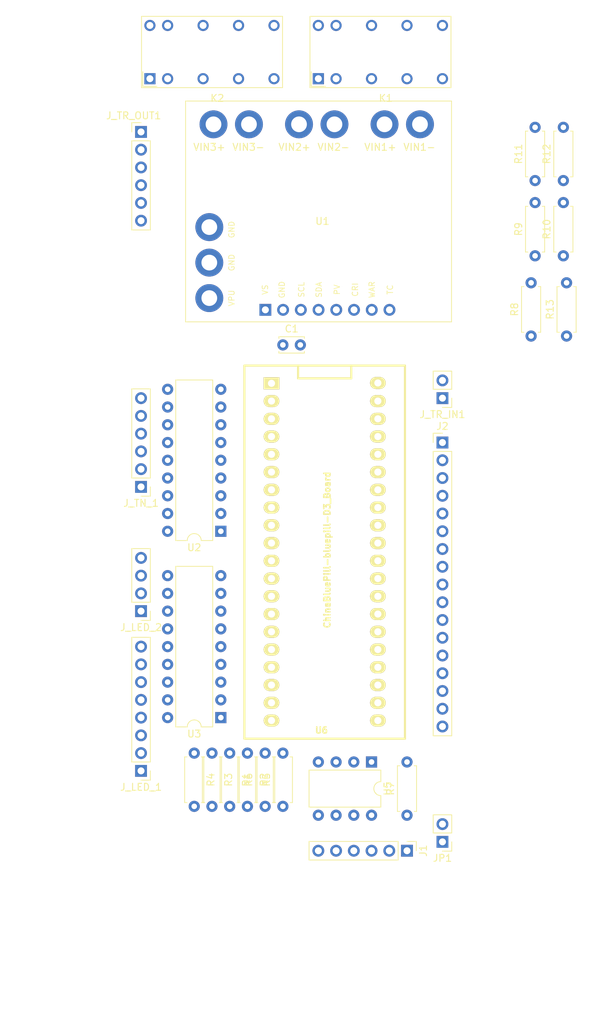
<source format=kicad_pcb>
(kicad_pcb (version 20171130) (host pcbnew "(5.1.10-1-10_14)")

  (general
    (thickness 1.6)
    (drawings 2)
    (tracks 0)
    (zones 0)
    (modules 29)
    (nets 102)
  )

  (page A4)
  (layers
    (0 F.Cu signal)
    (31 B.Cu signal)
    (32 B.Adhes user)
    (33 F.Adhes user)
    (34 B.Paste user)
    (35 F.Paste user)
    (36 B.SilkS user)
    (37 F.SilkS user)
    (38 B.Mask user)
    (39 F.Mask user)
    (40 Dwgs.User user)
    (41 Cmts.User user)
    (42 Eco1.User user)
    (43 Eco2.User user)
    (44 Edge.Cuts user)
    (45 Margin user)
    (46 B.CrtYd user)
    (47 F.CrtYd user)
    (48 B.Fab user)
    (49 F.Fab user)
  )

  (setup
    (last_trace_width 0.25)
    (user_trace_width 0.5)
    (trace_clearance 0.2)
    (zone_clearance 0.508)
    (zone_45_only no)
    (trace_min 0.2)
    (via_size 0.8)
    (via_drill 0.4)
    (via_min_size 0.4)
    (via_min_drill 0.3)
    (uvia_size 0.3)
    (uvia_drill 0.1)
    (uvias_allowed no)
    (uvia_min_size 0.2)
    (uvia_min_drill 0.1)
    (edge_width 0.05)
    (segment_width 0.2)
    (pcb_text_width 0.3)
    (pcb_text_size 1.5 1.5)
    (mod_edge_width 0.12)
    (mod_text_size 1 1)
    (mod_text_width 0.15)
    (pad_size 1.524 1.524)
    (pad_drill 0.762)
    (pad_to_mask_clearance 0)
    (aux_axis_origin 0 0)
    (visible_elements FFFFFF7F)
    (pcbplotparams
      (layerselection 0x010fc_ffffffff)
      (usegerberextensions false)
      (usegerberattributes true)
      (usegerberadvancedattributes true)
      (creategerberjobfile true)
      (excludeedgelayer true)
      (linewidth 0.100000)
      (plotframeref false)
      (viasonmask false)
      (mode 1)
      (useauxorigin false)
      (hpglpennumber 1)
      (hpglpenspeed 20)
      (hpglpendiameter 15.000000)
      (psnegative false)
      (psa4output false)
      (plotreference true)
      (plotvalue true)
      (plotinvisibletext false)
      (padsonsilk false)
      (subtractmaskfromsilk false)
      (outputformat 1)
      (mirror false)
      (drillshape 1)
      (scaleselection 1)
      (outputdirectory ""))
  )

  (net 0 "")
  (net 1 12Vunreg)
  (net 2 GND)
  (net 3 "Net-(J2-Pad15)")
  (net 4 CT0_3)
  (net 5 CT0_2)
  (net 6 CT0_1)
  (net 7 "Net-(J2-Pad11)")
  (net 8 "Net-(J2-Pad10)")
  (net 9 "Net-(J2-Pad9)")
  (net 10 "Net-(J2-Pad8)")
  (net 11 PWM0_2)
  (net 12 PWM0_1)
  (net 13 "Net-(J2-Pad5)")
  (net 14 VSENSE0_1)
  (net 15 VSENSE0_0)
  (net 16 TRACK0_1)
  (net 17 T0_1)
  (net 18 "Net-(U5-Pad8)")
  (net 19 "Net-(J1-Pad5)")
  (net 20 +5V)
  (net 21 "Net-(J1-Pad6)")
  (net 22 "Net-(U5-Pad5)")
  (net 23 +12V)
  (net 24 T1_0)
  (net 25 "Net-(K1-Pad8)")
  (net 26 "Net-(K1-Pad9)")
  (net 27 TT1_1)
  (net 28 "Net-(K1-Pad15)")
  (net 29 "Net-(K1-Pad16)")
  (net 30 T2_1)
  (net 31 "Net-(K2-Pad8)")
  (net 32 "Net-(K2-Pad9)")
  (net 33 TT2_1)
  (net 34 "Net-(K2-Pad15)")
  (net 35 "Net-(K2-Pad16)")
  (net 36 TURN2B)
  (net 37 TURN2A)
  (net 38 "Net-(U2-Pad15)")
  (net 39 TURN1B)
  (net 40 "Net-(J_TN_1-Pad1)")
  (net 41 TURN1A)
  (net 42 "Net-(J_TN_1-Pad3)")
  (net 43 RELAY0_1)
  (net 44 "Net-(J_TN_1-Pad4)")
  (net 45 RELAY1_0)
  (net 46 "Net-(J_TN_1-Pad6)")
  (net 47 RELAY0_0)
  (net 48 "Net-(J_LED_1-Pad2)")
  (net 49 "Net-(J_LED_1-Pad4)")
  (net 50 "Net-(U3-Pad8)")
  (net 51 "Net-(J_LED_1-Pad6)")
  (net 52 "Net-(U3-Pad7)")
  (net 53 "Net-(J_LED_1-Pad8)")
  (net 54 LED5)
  (net 55 "Net-(J_LED_2-Pad2)")
  (net 56 LED4)
  (net 57 "Net-(J_LED_2-Pad4)")
  (net 58 LED3)
  (net 59 "Net-(U3-Pad12)")
  (net 60 LED2)
  (net 61 "Net-(U3-Pad11)")
  (net 62 LED1)
  (net 63 LED0)
  (net 64 "Net-(U5-Pad4)")
  (net 65 "Net-(U5-Pad1)")
  (net 66 "Net-(U6-Pad39)")
  (net 67 "Net-(U6-Pad38)")
  (net 68 "Net-(U6-Pad37)")
  (net 69 "Net-(U6-Pad34)")
  (net 70 RELAY1_1)
  (net 71 "Net-(U6-Pad29)")
  (net 72 PWM1_1)
  (net 73 "Net-(U6-Pad24)")
  (net 74 "Net-(U6-Pad23)")
  (net 75 "Net-(U6-Pad22)")
  (net 76 "Net-(U6-Pad21)")
  (net 77 "Net-(U6-Pad20)")
  (net 78 SDA)
  (net 79 SCL)
  (net 80 "Net-(U6-Pad13)")
  (net 81 "Net-(U6-Pad11)")
  (net 82 TRIG)
  (net 83 CT_0_1)
  (net 84 CT_0_2)
  (net 85 CT_0_3)
  (net 86 "Net-(JP1-Pad2)")
  (net 87 "Net-(J_LED_1-Pad1)")
  (net 88 "Net-(J_LED_1-Pad3)")
  (net 89 "Net-(J_LED_1-Pad7)")
  (net 90 "Net-(J_LED_2-Pad1)")
  (net 91 "Net-(J_LED_2-Pad3)")
  (net 92 T1_1)
  (net 93 T0_0)
  (net 94 T2_0)
  (net 95 "Net-(J_LED_1-Pad5)")
  (net 96 +3V3)
  (net 97 "Net-(R10-Pad2)")
  (net 98 "Net-(R11-Pad2)")
  (net 99 "Net-(R12-Pad1)")
  (net 100 "Net-(R13-Pad2)")
  (net 101 "Net-(R13-Pad1)")

  (net_class Default "This is the default net class."
    (clearance 0.2)
    (trace_width 0.25)
    (via_dia 0.8)
    (via_drill 0.4)
    (uvia_dia 0.3)
    (uvia_drill 0.1)
    (add_net +12V)
    (add_net +3V3)
    (add_net +5V)
    (add_net 12Vunreg)
    (add_net CT0_1)
    (add_net CT0_2)
    (add_net CT0_3)
    (add_net CT_0_1)
    (add_net CT_0_2)
    (add_net CT_0_3)
    (add_net GND)
    (add_net LED0)
    (add_net LED1)
    (add_net LED2)
    (add_net LED3)
    (add_net LED4)
    (add_net LED5)
    (add_net "Net-(J1-Pad5)")
    (add_net "Net-(J1-Pad6)")
    (add_net "Net-(J2-Pad10)")
    (add_net "Net-(J2-Pad11)")
    (add_net "Net-(J2-Pad15)")
    (add_net "Net-(J2-Pad5)")
    (add_net "Net-(J2-Pad8)")
    (add_net "Net-(J2-Pad9)")
    (add_net "Net-(JP1-Pad2)")
    (add_net "Net-(J_LED_1-Pad1)")
    (add_net "Net-(J_LED_1-Pad2)")
    (add_net "Net-(J_LED_1-Pad3)")
    (add_net "Net-(J_LED_1-Pad4)")
    (add_net "Net-(J_LED_1-Pad5)")
    (add_net "Net-(J_LED_1-Pad6)")
    (add_net "Net-(J_LED_1-Pad7)")
    (add_net "Net-(J_LED_1-Pad8)")
    (add_net "Net-(J_LED_2-Pad1)")
    (add_net "Net-(J_LED_2-Pad2)")
    (add_net "Net-(J_LED_2-Pad3)")
    (add_net "Net-(J_LED_2-Pad4)")
    (add_net "Net-(J_TN_1-Pad1)")
    (add_net "Net-(J_TN_1-Pad3)")
    (add_net "Net-(J_TN_1-Pad4)")
    (add_net "Net-(J_TN_1-Pad6)")
    (add_net "Net-(K1-Pad15)")
    (add_net "Net-(K1-Pad16)")
    (add_net "Net-(K1-Pad8)")
    (add_net "Net-(K1-Pad9)")
    (add_net "Net-(K2-Pad15)")
    (add_net "Net-(K2-Pad16)")
    (add_net "Net-(K2-Pad8)")
    (add_net "Net-(K2-Pad9)")
    (add_net "Net-(R10-Pad2)")
    (add_net "Net-(R11-Pad2)")
    (add_net "Net-(R12-Pad1)")
    (add_net "Net-(R13-Pad1)")
    (add_net "Net-(R13-Pad2)")
    (add_net "Net-(U2-Pad15)")
    (add_net "Net-(U3-Pad11)")
    (add_net "Net-(U3-Pad12)")
    (add_net "Net-(U3-Pad7)")
    (add_net "Net-(U3-Pad8)")
    (add_net "Net-(U5-Pad1)")
    (add_net "Net-(U5-Pad4)")
    (add_net "Net-(U5-Pad5)")
    (add_net "Net-(U5-Pad8)")
    (add_net "Net-(U6-Pad11)")
    (add_net "Net-(U6-Pad13)")
    (add_net "Net-(U6-Pad20)")
    (add_net "Net-(U6-Pad21)")
    (add_net "Net-(U6-Pad22)")
    (add_net "Net-(U6-Pad23)")
    (add_net "Net-(U6-Pad24)")
    (add_net "Net-(U6-Pad29)")
    (add_net "Net-(U6-Pad34)")
    (add_net "Net-(U6-Pad37)")
    (add_net "Net-(U6-Pad38)")
    (add_net "Net-(U6-Pad39)")
    (add_net PWM0_1)
    (add_net PWM0_2)
    (add_net PWM1_1)
    (add_net RELAY0_0)
    (add_net RELAY0_1)
    (add_net RELAY1_0)
    (add_net RELAY1_1)
    (add_net SCL)
    (add_net SDA)
    (add_net T0_0)
    (add_net T0_1)
    (add_net T1_0)
    (add_net T1_1)
    (add_net T2_0)
    (add_net T2_1)
    (add_net TRACK0_1)
    (add_net TRIG)
    (add_net TT1_1)
    (add_net TT2_1)
    (add_net TURN1A)
    (add_net TURN1B)
    (add_net TURN2A)
    (add_net TURN2B)
    (add_net VSENSE0_0)
    (add_net VSENSE0_1)
  )

  (module BluePill_breakouts:BluePill_STM32F103C (layer F.Cu) (tedit 607CFB86) (tstamp 61B75E3E)
    (at 138.0674 61.4274)
    (descr "STM32F103C8 BluePill board")
    (path /61B30393)
    (fp_text reference U6 (at 7.1628 49.6062 180) (layer F.SilkS)
      (effects (font (size 0.889 0.889) (thickness 0.3048)))
    )
    (fp_text value ChinaBluePill-bluepill-D3_Board (at 7.9756 23.7998 90) (layer F.SilkS)
      (effects (font (size 0.889 0.889) (thickness 0.22225)))
    )
    (fp_line (start -3.88 -2.59) (end 19.12 -2.59) (layer F.SilkS) (width 0.3048))
    (fp_line (start -3.88 50.81) (end -3.88 -2.59) (layer F.SilkS) (width 0.3048))
    (fp_line (start 19.12 50.81) (end -3.88 50.81) (layer F.SilkS) (width 0.3048))
    (fp_line (start 19.12 -2.59) (end 19.12 50.81) (layer F.SilkS) (width 0.3048))
    (fp_line (start 3.81 -2.54) (end 3.81 -0.762) (layer F.SilkS) (width 0.3048))
    (fp_line (start 3.81 -0.762) (end 11.43 -0.762) (layer F.SilkS) (width 0.3048))
    (fp_line (start 11.43 -0.762) (end 11.43 -2.54) (layer F.SilkS) (width 0.3048))
    (pad 40 thru_hole oval (at 15.24 -0.1016 90) (size 1.7272 2.25) (drill 1.016) (layers *.Cu *.Mask F.SilkS)
      (net 2 GND))
    (pad 39 thru_hole oval (at 15.24 2.4892 90) (size 1.7272 2.25) (drill 1.016) (layers *.Cu *.Mask F.SilkS)
      (net 66 "Net-(U6-Pad39)"))
    (pad 38 thru_hole oval (at 15.24 5.0292 90) (size 1.7272 2.25) (drill 1.016) (layers *.Cu *.Mask F.SilkS)
      (net 67 "Net-(U6-Pad38)"))
    (pad 37 thru_hole oval (at 15.24 7.5692 90) (size 1.7272 2.25) (drill 1.016) (layers *.Cu *.Mask F.SilkS)
      (net 68 "Net-(U6-Pad37)"))
    (pad 36 thru_hole oval (at 15.24 10.1092 90) (size 1.7272 2.25) (drill 1.016) (layers *.Cu *.Mask F.SilkS)
      (net 39 TURN1B))
    (pad 35 thru_hole oval (at 15.24 12.6492 90) (size 1.7272 2.25) (drill 1.016) (layers *.Cu *.Mask F.SilkS)
      (net 41 TURN1A))
    (pad 34 thru_hole oval (at 15.24 15.1892 90) (size 1.7272 2.25) (drill 1.016) (layers *.Cu *.Mask F.SilkS)
      (net 69 "Net-(U6-Pad34)"))
    (pad 33 thru_hole oval (at 15.24 17.7292 90) (size 1.7272 2.25) (drill 1.016) (layers *.Cu *.Mask F.SilkS)
      (net 70 RELAY1_1))
    (pad 32 thru_hole oval (at 15.24 20.2692 90) (size 1.7272 2.25) (drill 1.016) (layers *.Cu *.Mask F.SilkS)
      (net 45 RELAY1_0))
    (pad 31 thru_hole oval (at 15.24 22.8092 90) (size 1.7272 2.25) (drill 1.016) (layers *.Cu *.Mask F.SilkS)
      (net 43 RELAY0_1))
    (pad 30 thru_hole oval (at 15.24 25.3492 90) (size 1.7272 2.25) (drill 1.016) (layers *.Cu *.Mask F.SilkS)
      (net 47 RELAY0_0))
    (pad 29 thru_hole oval (at 15.24 27.8892 90) (size 1.7272 2.25) (drill 1.016) (layers *.Cu *.Mask F.SilkS)
      (net 71 "Net-(U6-Pad29)"))
    (pad 28 thru_hole oval (at 15.24 30.4292 90) (size 1.7272 2.25) (drill 1.016) (layers *.Cu *.Mask F.SilkS)
      (net 72 PWM1_1))
    (pad 27 thru_hole oval (at 15.24 32.9692 90) (size 1.7272 2.25) (drill 1.016) (layers *.Cu *.Mask F.SilkS)
      (net 12 PWM0_1))
    (pad 26 thru_hole oval (at 15.24 35.5092 90) (size 1.7272 2.25) (drill 1.016) (layers *.Cu *.Mask F.SilkS)
      (net 14 VSENSE0_1))
    (pad 25 thru_hole oval (at 15.24 38.0492 90) (size 1.7272 2.25) (drill 1.016) (layers *.Cu *.Mask F.SilkS)
      (net 15 VSENSE0_0))
    (pad 24 thru_hole oval (at 15.24 40.5892 90) (size 1.7272 2.25) (drill 1.016) (layers *.Cu *.Mask F.SilkS)
      (net 73 "Net-(U6-Pad24)"))
    (pad 23 thru_hole oval (at 15.24 43.1292 90) (size 1.7272 2.25) (drill 1.016) (layers *.Cu *.Mask F.SilkS)
      (net 74 "Net-(U6-Pad23)"))
    (pad 22 thru_hole oval (at 15.24 45.6692 90) (size 1.7272 2.25) (drill 1.016) (layers *.Cu *.Mask F.SilkS)
      (net 75 "Net-(U6-Pad22)"))
    (pad 21 thru_hole oval (at 15.24 48.2092 90) (size 1.7272 2.25) (drill 1.016) (layers *.Cu *.Mask F.SilkS)
      (net 76 "Net-(U6-Pad21)"))
    (pad 20 thru_hole oval (at 0 48.2092 270) (size 1.7272 2.25) (drill 1.016) (layers *.Cu *.Mask F.SilkS)
      (net 77 "Net-(U6-Pad20)"))
    (pad 19 thru_hole oval (at 0 45.6692 270) (size 1.7272 2.25) (drill 1.016) (layers *.Cu *.Mask F.SilkS)
      (net 2 GND))
    (pad 18 thru_hole oval (at 0 43.1292 270) (size 1.7272 2.25) (drill 1.016) (layers *.Cu *.Mask F.SilkS)
      (net 20 +5V))
    (pad 17 thru_hole oval (at 0 40.5892 270) (size 1.7272 2.25) (drill 1.016) (layers *.Cu *.Mask F.SilkS)
      (net 65 "Net-(U5-Pad1)"))
    (pad 16 thru_hole oval (at 0 38.0492 270) (size 1.7272 2.25) (drill 1.016) (layers *.Cu *.Mask F.SilkS)
      (net 64 "Net-(U5-Pad4)"))
    (pad 15 thru_hole oval (at 0 35.5092 270) (size 1.7272 2.25) (drill 1.016) (layers *.Cu *.Mask F.SilkS)
      (net 78 SDA))
    (pad 14 thru_hole oval (at 0 32.9692 270) (size 1.7272 2.25) (drill 1.016) (layers *.Cu *.Mask F.SilkS)
      (net 79 SCL))
    (pad 13 thru_hole oval (at 0 30.4292 270) (size 1.7272 2.25) (drill 1.016) (layers *.Cu *.Mask F.SilkS)
      (net 80 "Net-(U6-Pad13)"))
    (pad 12 thru_hole oval (at 0 27.8892 270) (size 1.7272 2.25) (drill 1.016) (layers *.Cu *.Mask F.SilkS)
      (net 54 LED5))
    (pad 11 thru_hole oval (at 0 25.3492 270) (size 1.7272 2.25) (drill 1.016) (layers *.Cu *.Mask F.SilkS)
      (net 81 "Net-(U6-Pad11)"))
    (pad 10 thru_hole oval (at 0 22.8092 270) (size 1.7272 2.25) (drill 1.016) (layers *.Cu *.Mask F.SilkS)
      (net 82 TRIG))
    (pad 9 thru_hole oval (at 0 20.2692 270) (size 1.7272 2.25) (drill 1.016) (layers *.Cu *.Mask F.SilkS)
      (net 56 LED4))
    (pad 8 thru_hole oval (at 0 17.7292 270) (size 1.7272 2.25) (drill 1.016) (layers *.Cu *.Mask F.SilkS)
      (net 58 LED3))
    (pad 7 thru_hole oval (at 0 15.1892 270) (size 1.7272 2.25) (drill 1.016) (layers *.Cu *.Mask F.SilkS)
      (net 83 CT_0_1))
    (pad 6 thru_hole oval (at 0 12.6492 270) (size 1.7272 2.25) (drill 1.016) (layers *.Cu *.Mask F.SilkS)
      (net 84 CT_0_2))
    (pad 5 thru_hole oval (at 0 10.1092 270) (size 1.7272 2.25) (drill 1.016) (layers *.Cu *.Mask F.SilkS)
      (net 85 CT_0_3))
    (pad 4 thru_hole oval (at 0 7.5692 270) (size 1.7272 2.25) (drill 1.016) (layers *.Cu *.Mask F.SilkS)
      (net 62 LED1))
    (pad 3 thru_hole oval (at 0 5.0292 270) (size 1.7272 2.25) (drill 1.016) (layers *.Cu *.Mask F.SilkS)
      (net 63 LED0))
    (pad 2 thru_hole oval (at 0 2.4892 270) (size 1.7272 2.25) (drill 1.016) (layers *.Cu *.Mask F.SilkS)
      (net 36 TURN2B))
    (pad 1 thru_hole rect (at 0 -0.0508 270) (size 1.7272 2.25) (drill 1.016) (layers *.Cu *.Mask F.SilkS)
      (net 37 TURN2A))
    (model ${KISYS3DMOD}/Connector_PinSocket_2.54mm.3dshapes/PinSocket_1x20_P2.54mm_Vertical.step
      (at (xyz 0 0 0))
      (scale (xyz 1 1 1))
      (rotate (xyz 0 0 0))
    )
    (model ${KISYS3DMOD}/Connector_PinSocket_2.54mm.3dshapes/PinSocket_1x20_P2.54mm_Vertical.step
      (offset (xyz 15 0 0))
      (scale (xyz 1 1 1))
      (rotate (xyz 0 0 0))
    )
  )

  (module Package_DIP:DIP-8_W7.62mm (layer F.Cu) (tedit 5A02E8C5) (tstamp 61B75E0B)
    (at 152.4 115.57 270)
    (descr "8-lead though-hole mounted DIP package, row spacing 7.62 mm (300 mils)")
    (tags "THT DIP DIL PDIP 2.54mm 7.62mm 300mil")
    (path /61B244E6)
    (fp_text reference U5 (at 3.81 -2.33 90) (layer F.SilkS)
      (effects (font (size 1 1) (thickness 0.15)))
    )
    (fp_text value MCP2551-I-P (at 3.81 9.95 90) (layer F.Fab)
      (effects (font (size 1 1) (thickness 0.15)))
    )
    (fp_text user %R (at 3.81 3.81 90) (layer F.Fab)
      (effects (font (size 1 1) (thickness 0.15)))
    )
    (fp_arc (start 3.81 -1.33) (end 2.81 -1.33) (angle -180) (layer F.SilkS) (width 0.12))
    (fp_line (start 1.635 -1.27) (end 6.985 -1.27) (layer F.Fab) (width 0.1))
    (fp_line (start 6.985 -1.27) (end 6.985 8.89) (layer F.Fab) (width 0.1))
    (fp_line (start 6.985 8.89) (end 0.635 8.89) (layer F.Fab) (width 0.1))
    (fp_line (start 0.635 8.89) (end 0.635 -0.27) (layer F.Fab) (width 0.1))
    (fp_line (start 0.635 -0.27) (end 1.635 -1.27) (layer F.Fab) (width 0.1))
    (fp_line (start 2.81 -1.33) (end 1.16 -1.33) (layer F.SilkS) (width 0.12))
    (fp_line (start 1.16 -1.33) (end 1.16 8.95) (layer F.SilkS) (width 0.12))
    (fp_line (start 1.16 8.95) (end 6.46 8.95) (layer F.SilkS) (width 0.12))
    (fp_line (start 6.46 8.95) (end 6.46 -1.33) (layer F.SilkS) (width 0.12))
    (fp_line (start 6.46 -1.33) (end 4.81 -1.33) (layer F.SilkS) (width 0.12))
    (fp_line (start -1.1 -1.55) (end -1.1 9.15) (layer F.CrtYd) (width 0.05))
    (fp_line (start -1.1 9.15) (end 8.7 9.15) (layer F.CrtYd) (width 0.05))
    (fp_line (start 8.7 9.15) (end 8.7 -1.55) (layer F.CrtYd) (width 0.05))
    (fp_line (start 8.7 -1.55) (end -1.1 -1.55) (layer F.CrtYd) (width 0.05))
    (pad 8 thru_hole oval (at 7.62 0 270) (size 1.6 1.6) (drill 0.8) (layers *.Cu *.Mask)
      (net 18 "Net-(U5-Pad8)"))
    (pad 4 thru_hole oval (at 0 7.62 270) (size 1.6 1.6) (drill 0.8) (layers *.Cu *.Mask)
      (net 64 "Net-(U5-Pad4)"))
    (pad 7 thru_hole oval (at 7.62 2.54 270) (size 1.6 1.6) (drill 0.8) (layers *.Cu *.Mask)
      (net 19 "Net-(J1-Pad5)"))
    (pad 3 thru_hole oval (at 0 5.08 270) (size 1.6 1.6) (drill 0.8) (layers *.Cu *.Mask)
      (net 20 +5V))
    (pad 6 thru_hole oval (at 7.62 5.08 270) (size 1.6 1.6) (drill 0.8) (layers *.Cu *.Mask)
      (net 21 "Net-(J1-Pad6)"))
    (pad 2 thru_hole oval (at 0 2.54 270) (size 1.6 1.6) (drill 0.8) (layers *.Cu *.Mask)
      (net 2 GND))
    (pad 5 thru_hole oval (at 7.62 7.62 270) (size 1.6 1.6) (drill 0.8) (layers *.Cu *.Mask)
      (net 22 "Net-(U5-Pad5)"))
    (pad 1 thru_hole rect (at 0 0 270) (size 1.6 1.6) (drill 0.8) (layers *.Cu *.Mask)
      (net 65 "Net-(U5-Pad1)"))
    (model ${KISYS3DMOD}/Package_DIP.3dshapes/DIP-8_W7.62mm.wrl
      (at (xyz 0 0 0))
      (scale (xyz 1 1 1))
      (rotate (xyz 0 0 0))
    )
  )

  (module Package_DIP:DIP-18_W7.62mm (layer F.Cu) (tedit 5A02E8C5) (tstamp 61B75DEF)
    (at 130.81 109.22 180)
    (descr "18-lead though-hole mounted DIP package, row spacing 7.62 mm (300 mils)")
    (tags "THT DIP DIL PDIP 2.54mm 7.62mm 300mil")
    (path /61B40882)
    (fp_text reference U3 (at 3.81 -2.33) (layer F.SilkS)
      (effects (font (size 1 1) (thickness 0.15)))
    )
    (fp_text value ULN2803A (at 3.81 22.65) (layer F.Fab)
      (effects (font (size 1 1) (thickness 0.15)))
    )
    (fp_text user %R (at 3.81 10.16) (layer F.Fab)
      (effects (font (size 1 1) (thickness 0.15)))
    )
    (fp_arc (start 3.81 -1.33) (end 2.81 -1.33) (angle -180) (layer F.SilkS) (width 0.12))
    (fp_line (start 1.635 -1.27) (end 6.985 -1.27) (layer F.Fab) (width 0.1))
    (fp_line (start 6.985 -1.27) (end 6.985 21.59) (layer F.Fab) (width 0.1))
    (fp_line (start 6.985 21.59) (end 0.635 21.59) (layer F.Fab) (width 0.1))
    (fp_line (start 0.635 21.59) (end 0.635 -0.27) (layer F.Fab) (width 0.1))
    (fp_line (start 0.635 -0.27) (end 1.635 -1.27) (layer F.Fab) (width 0.1))
    (fp_line (start 2.81 -1.33) (end 1.16 -1.33) (layer F.SilkS) (width 0.12))
    (fp_line (start 1.16 -1.33) (end 1.16 21.65) (layer F.SilkS) (width 0.12))
    (fp_line (start 1.16 21.65) (end 6.46 21.65) (layer F.SilkS) (width 0.12))
    (fp_line (start 6.46 21.65) (end 6.46 -1.33) (layer F.SilkS) (width 0.12))
    (fp_line (start 6.46 -1.33) (end 4.81 -1.33) (layer F.SilkS) (width 0.12))
    (fp_line (start -1.1 -1.55) (end -1.1 21.85) (layer F.CrtYd) (width 0.05))
    (fp_line (start -1.1 21.85) (end 8.7 21.85) (layer F.CrtYd) (width 0.05))
    (fp_line (start 8.7 21.85) (end 8.7 -1.55) (layer F.CrtYd) (width 0.05))
    (fp_line (start 8.7 -1.55) (end -1.1 -1.55) (layer F.CrtYd) (width 0.05))
    (pad 18 thru_hole oval (at 7.62 0 180) (size 1.6 1.6) (drill 0.8) (layers *.Cu *.Mask)
      (net 48 "Net-(J_LED_1-Pad2)"))
    (pad 9 thru_hole oval (at 0 20.32 180) (size 1.6 1.6) (drill 0.8) (layers *.Cu *.Mask)
      (net 2 GND))
    (pad 17 thru_hole oval (at 7.62 2.54 180) (size 1.6 1.6) (drill 0.8) (layers *.Cu *.Mask)
      (net 49 "Net-(J_LED_1-Pad4)"))
    (pad 8 thru_hole oval (at 0 17.78 180) (size 1.6 1.6) (drill 0.8) (layers *.Cu *.Mask)
      (net 50 "Net-(U3-Pad8)"))
    (pad 16 thru_hole oval (at 7.62 5.08 180) (size 1.6 1.6) (drill 0.8) (layers *.Cu *.Mask)
      (net 51 "Net-(J_LED_1-Pad6)"))
    (pad 7 thru_hole oval (at 0 15.24 180) (size 1.6 1.6) (drill 0.8) (layers *.Cu *.Mask)
      (net 52 "Net-(U3-Pad7)"))
    (pad 15 thru_hole oval (at 7.62 7.62 180) (size 1.6 1.6) (drill 0.8) (layers *.Cu *.Mask)
      (net 53 "Net-(J_LED_1-Pad8)"))
    (pad 6 thru_hole oval (at 0 12.7 180) (size 1.6 1.6) (drill 0.8) (layers *.Cu *.Mask)
      (net 54 LED5))
    (pad 14 thru_hole oval (at 7.62 10.16 180) (size 1.6 1.6) (drill 0.8) (layers *.Cu *.Mask)
      (net 55 "Net-(J_LED_2-Pad2)"))
    (pad 5 thru_hole oval (at 0 10.16 180) (size 1.6 1.6) (drill 0.8) (layers *.Cu *.Mask)
      (net 56 LED4))
    (pad 13 thru_hole oval (at 7.62 12.7 180) (size 1.6 1.6) (drill 0.8) (layers *.Cu *.Mask)
      (net 57 "Net-(J_LED_2-Pad4)"))
    (pad 4 thru_hole oval (at 0 7.62 180) (size 1.6 1.6) (drill 0.8) (layers *.Cu *.Mask)
      (net 58 LED3))
    (pad 12 thru_hole oval (at 7.62 15.24 180) (size 1.6 1.6) (drill 0.8) (layers *.Cu *.Mask)
      (net 59 "Net-(U3-Pad12)"))
    (pad 3 thru_hole oval (at 0 5.08 180) (size 1.6 1.6) (drill 0.8) (layers *.Cu *.Mask)
      (net 60 LED2))
    (pad 11 thru_hole oval (at 7.62 17.78 180) (size 1.6 1.6) (drill 0.8) (layers *.Cu *.Mask)
      (net 61 "Net-(U3-Pad11)"))
    (pad 2 thru_hole oval (at 0 2.54 180) (size 1.6 1.6) (drill 0.8) (layers *.Cu *.Mask)
      (net 62 LED1))
    (pad 10 thru_hole oval (at 7.62 20.32 180) (size 1.6 1.6) (drill 0.8) (layers *.Cu *.Mask)
      (net 20 +5V))
    (pad 1 thru_hole rect (at 0 0 180) (size 1.6 1.6) (drill 0.8) (layers *.Cu *.Mask)
      (net 63 LED0))
    (model ${KISYS3DMOD}/Package_DIP.3dshapes/DIP-18_W7.62mm.wrl
      (at (xyz 0 0 0))
      (scale (xyz 1 1 1))
      (rotate (xyz 0 0 0))
    )
  )

  (module Package_DIP:DIP-18_W7.62mm (layer F.Cu) (tedit 5A02E8C5) (tstamp 61B75DC9)
    (at 130.81 82.55 180)
    (descr "18-lead though-hole mounted DIP package, row spacing 7.62 mm (300 mils)")
    (tags "THT DIP DIL PDIP 2.54mm 7.62mm 300mil")
    (path /61B3E335)
    (fp_text reference U2 (at 3.81 -2.33) (layer F.SilkS)
      (effects (font (size 1 1) (thickness 0.15)))
    )
    (fp_text value ULN2803A (at 3.81 22.65) (layer F.Fab)
      (effects (font (size 1 1) (thickness 0.15)))
    )
    (fp_text user %R (at 3.81 10.16) (layer F.Fab)
      (effects (font (size 1 1) (thickness 0.15)))
    )
    (fp_arc (start 3.81 -1.33) (end 2.81 -1.33) (angle -180) (layer F.SilkS) (width 0.12))
    (fp_line (start 1.635 -1.27) (end 6.985 -1.27) (layer F.Fab) (width 0.1))
    (fp_line (start 6.985 -1.27) (end 6.985 21.59) (layer F.Fab) (width 0.1))
    (fp_line (start 6.985 21.59) (end 0.635 21.59) (layer F.Fab) (width 0.1))
    (fp_line (start 0.635 21.59) (end 0.635 -0.27) (layer F.Fab) (width 0.1))
    (fp_line (start 0.635 -0.27) (end 1.635 -1.27) (layer F.Fab) (width 0.1))
    (fp_line (start 2.81 -1.33) (end 1.16 -1.33) (layer F.SilkS) (width 0.12))
    (fp_line (start 1.16 -1.33) (end 1.16 21.65) (layer F.SilkS) (width 0.12))
    (fp_line (start 1.16 21.65) (end 6.46 21.65) (layer F.SilkS) (width 0.12))
    (fp_line (start 6.46 21.65) (end 6.46 -1.33) (layer F.SilkS) (width 0.12))
    (fp_line (start 6.46 -1.33) (end 4.81 -1.33) (layer F.SilkS) (width 0.12))
    (fp_line (start -1.1 -1.55) (end -1.1 21.85) (layer F.CrtYd) (width 0.05))
    (fp_line (start -1.1 21.85) (end 8.7 21.85) (layer F.CrtYd) (width 0.05))
    (fp_line (start 8.7 21.85) (end 8.7 -1.55) (layer F.CrtYd) (width 0.05))
    (fp_line (start 8.7 -1.55) (end -1.1 -1.55) (layer F.CrtYd) (width 0.05))
    (pad 18 thru_hole oval (at 7.62 0 180) (size 1.6 1.6) (drill 0.8) (layers *.Cu *.Mask)
      (net 28 "Net-(K1-Pad15)"))
    (pad 9 thru_hole oval (at 0 20.32 180) (size 1.6 1.6) (drill 0.8) (layers *.Cu *.Mask)
      (net 2 GND))
    (pad 17 thru_hole oval (at 7.62 2.54 180) (size 1.6 1.6) (drill 0.8) (layers *.Cu *.Mask)
      (net 29 "Net-(K1-Pad16)"))
    (pad 8 thru_hole oval (at 0 17.78 180) (size 1.6 1.6) (drill 0.8) (layers *.Cu *.Mask)
      (net 36 TURN2B))
    (pad 16 thru_hole oval (at 7.62 5.08 180) (size 1.6 1.6) (drill 0.8) (layers *.Cu *.Mask)
      (net 35 "Net-(K2-Pad16)"))
    (pad 7 thru_hole oval (at 0 15.24 180) (size 1.6 1.6) (drill 0.8) (layers *.Cu *.Mask)
      (net 37 TURN2A))
    (pad 15 thru_hole oval (at 7.62 7.62 180) (size 1.6 1.6) (drill 0.8) (layers *.Cu *.Mask)
      (net 38 "Net-(U2-Pad15)"))
    (pad 6 thru_hole oval (at 0 12.7 180) (size 1.6 1.6) (drill 0.8) (layers *.Cu *.Mask)
      (net 39 TURN1B))
    (pad 14 thru_hole oval (at 7.62 10.16 180) (size 1.6 1.6) (drill 0.8) (layers *.Cu *.Mask)
      (net 40 "Net-(J_TN_1-Pad1)"))
    (pad 5 thru_hole oval (at 0 10.16 180) (size 1.6 1.6) (drill 0.8) (layers *.Cu *.Mask)
      (net 41 TURN1A))
    (pad 13 thru_hole oval (at 7.62 12.7 180) (size 1.6 1.6) (drill 0.8) (layers *.Cu *.Mask)
      (net 42 "Net-(J_TN_1-Pad3)"))
    (pad 4 thru_hole oval (at 0 7.62 180) (size 1.6 1.6) (drill 0.8) (layers *.Cu *.Mask)
      (net 43 RELAY0_1))
    (pad 12 thru_hole oval (at 7.62 15.24 180) (size 1.6 1.6) (drill 0.8) (layers *.Cu *.Mask)
      (net 44 "Net-(J_TN_1-Pad4)"))
    (pad 3 thru_hole oval (at 0 5.08 180) (size 1.6 1.6) (drill 0.8) (layers *.Cu *.Mask)
      (net 45 RELAY1_0))
    (pad 11 thru_hole oval (at 7.62 17.78 180) (size 1.6 1.6) (drill 0.8) (layers *.Cu *.Mask)
      (net 46 "Net-(J_TN_1-Pad6)"))
    (pad 2 thru_hole oval (at 0 2.54 180) (size 1.6 1.6) (drill 0.8) (layers *.Cu *.Mask)
      (net 43 RELAY0_1))
    (pad 10 thru_hole oval (at 7.62 20.32 180) (size 1.6 1.6) (drill 0.8) (layers *.Cu *.Mask)
      (net 23 +12V))
    (pad 1 thru_hole rect (at 0 0 180) (size 1.6 1.6) (drill 0.8) (layers *.Cu *.Mask)
      (net 47 RELAY0_0))
    (model ${KISYS3DMOD}/Package_DIP.3dshapes/DIP-18_W7.62mm.wrl
      (at (xyz 0 0 0))
      (scale (xyz 1 1 1))
      (rotate (xyz 0 0 0))
    )
  )

  (module jwm_kicad_footprints_misc:INA3221_Module (layer F.Cu) (tedit 6166497F) (tstamp 61B75DA3)
    (at 137.16 50.8 180)
    (path /61BF5868)
    (fp_text reference U1 (at -8.2 12.62) (layer F.SilkS)
      (effects (font (size 1 1) (thickness 0.15)))
    )
    (fp_text value INA3221_Module (at -8.9 15.42) (layer F.Fab)
      (effects (font (size 1 1) (thickness 0.15)))
    )
    (fp_text user VPU (at 4.8 1.62 90) (layer F.SilkS)
      (effects (font (size 0.8 0.8) (thickness 0.11)))
    )
    (fp_text user GND (at 4.8 6.7 90) (layer F.SilkS)
      (effects (font (size 0.8 0.8) (thickness 0.11)))
    )
    (fp_text user VIN1- (at -22.1 23.22 180) (layer F.SilkS)
      (effects (font (size 1 1) (thickness 0.15)))
    )
    (fp_text user VIN1+ (at -16.5 23.22 180) (layer F.SilkS)
      (effects (font (size 1 1) (thickness 0.15)))
    )
    (fp_text user VIN2- (at -9.8 23.22 180) (layer F.SilkS)
      (effects (font (size 1 1) (thickness 0.15)))
    )
    (fp_text user VIN2+ (at -4.2 23.22 180) (layer F.SilkS)
      (effects (font (size 1 1) (thickness 0.15)))
    )
    (fp_text user VIN3- (at 2.4 23.22 180) (layer F.SilkS)
      (effects (font (size 1 1) (thickness 0.15)))
    )
    (fp_text user VIN3+ (at 8 23.22 180) (layer F.SilkS)
      (effects (font (size 1 1) (thickness 0.15)))
    )
    (fp_text user GND (at 4.8 11.42 90) (layer F.SilkS)
      (effects (font (size 0.8 0.8) (thickness 0.11)))
    )
    (fp_text user VS (at 0 2.82 90) (layer F.SilkS)
      (effects (font (size 0.8 0.8) (thickness 0.11)))
    )
    (fp_text user GND (at -2.4 2.82 90) (layer F.SilkS)
      (effects (font (size 0.8 0.8) (thickness 0.11)))
    )
    (fp_text user SCL (at -5.2 2.82 90) (layer F.SilkS)
      (effects (font (size 0.8 0.8) (thickness 0.11)))
    )
    (fp_text user SDA (at -7.7 2.82 90) (layer F.SilkS)
      (effects (font (size 0.8 0.8) (thickness 0.11)))
    )
    (fp_text user PV (at -10.3 2.82 90) (layer F.SilkS)
      (effects (font (size 0.8 0.8) (thickness 0.11)))
    )
    (fp_text user CRI (at -12.9 2.82 90) (layer F.SilkS)
      (effects (font (size 0.8 0.8) (thickness 0.11)))
    )
    (fp_text user WAR (at -15.3 2.82 90) (layer F.SilkS)
      (effects (font (size 0.8 0.8) (thickness 0.11)))
    )
    (fp_text user TC (at -17.9 2.82 90) (layer F.SilkS)
      (effects (font (size 0.8 0.8) (thickness 0.11)))
    )
    (fp_line (start 11.6 30.02) (end 11.5 30.02) (layer F.CrtYd) (width 0.12))
    (fp_line (start 11.6 -1.98) (end 11.6 30.02) (layer F.CrtYd) (width 0.12))
    (fp_line (start -26.9 -1.98) (end 11.6 -1.98) (layer F.CrtYd) (width 0.12))
    (fp_line (start -26.9 30.02) (end -26.9 -1.98) (layer F.CrtYd) (width 0.12))
    (fp_line (start 11.5 30.02) (end -26.9 30.02) (layer F.CrtYd) (width 0.12))
    (fp_circle (center -23.93 0.81) (end -22.21 0.81) (layer F.Fab) (width 0.12))
    (fp_circle (center -23.93 18.72) (end -22.21 18.72) (layer F.Fab) (width 0.12))
    (fp_circle (center 8.73 18.72) (end 10.45 18.72) (layer F.Fab) (width 0.12))
    (fp_line (start 11.4 -1.78) (end 11.4 29.82) (layer F.Fab) (width 0.12))
    (fp_line (start -26.7 -1.78) (end 11.4 -1.78) (layer F.Fab) (width 0.12))
    (fp_line (start -26.7 29.82) (end -26.7 -1.78) (layer F.SilkS) (width 0.12))
    (fp_line (start 11.4 29.82) (end -26.7 29.82) (layer F.Fab) (width 0.12))
    (fp_line (start -26.7 -1.78) (end 11.4 -1.78) (layer F.SilkS) (width 0.12))
    (fp_line (start 11.4 -1.78) (end 11.4 29.82) (layer F.SilkS) (width 0.12))
    (fp_line (start 11.4 29.82) (end -26.7 29.82) (layer F.SilkS) (width 0.12))
    (fp_line (start -26.7 29.82) (end -26.7 -1.78) (layer F.Fab) (width 0.12))
    (pad 15 thru_hole circle (at 8 1.62) (size 4 4) (drill 2.25) (layers *.Cu *.Mask)
      (net 101 "Net-(R13-Pad1)"))
    (pad 2 thru_hole circle (at 8 6.7) (size 4 4) (drill 2.25) (layers *.Cu *.Mask)
      (net 2 GND))
    (pad 1 thru_hole rect (at -0.03 -0.06) (size 1.7 1.7) (drill 1) (layers *.Cu *.Mask)
      (net 96 +3V3))
    (pad 2 thru_hole circle (at -2.57 -0.06) (size 1.7 1.7) (drill 1) (layers *.Cu *.Mask)
      (net 2 GND))
    (pad 3 thru_hole circle (at -5.11 -0.06) (size 1.7 1.7) (drill 1) (layers *.Cu *.Mask)
      (net 79 SCL))
    (pad 4 thru_hole circle (at -7.65 -0.06) (size 1.7 1.7) (drill 1) (layers *.Cu *.Mask)
      (net 78 SDA))
    (pad 5 thru_hole circle (at -10.19 -0.06) (size 1.7 1.7) (drill 1) (layers *.Cu *.Mask)
      (net 100 "Net-(R13-Pad2)"))
    (pad 6 thru_hole circle (at -12.73 -0.06) (size 1.7 1.7) (drill 1) (layers *.Cu *.Mask)
      (net 97 "Net-(R10-Pad2)"))
    (pad 7 thru_hole circle (at -15.27 -0.06) (size 1.7 1.7) (drill 1) (layers *.Cu *.Mask)
      (net 98 "Net-(R11-Pad2)"))
    (pad 8 thru_hole circle (at -17.81 -0.06) (size 1.7 1.7) (drill 1) (layers *.Cu *.Mask)
      (net 99 "Net-(R12-Pad1)"))
    (pad 14 thru_hole circle (at 7.4 26.49) (size 4 4) (drill 2.25) (layers *.Cu *.Mask)
      (net 30 T2_1))
    (pad 13 thru_hole circle (at 2.32 26.49) (size 4 4) (drill 2.25) (layers *.Cu *.Mask)
      (net 33 TT2_1))
    (pad 12 thru_hole circle (at -4.85 26.49) (size 4 4) (drill 2.25) (layers *.Cu *.Mask)
      (net 92 T1_1))
    (pad 11 thru_hole circle (at -9.93 26.49) (size 4 4) (drill 2.25) (layers *.Cu *.Mask)
      (net 27 TT1_1))
    (pad 10 thru_hole circle (at -17.1 26.49) (size 4 4) (drill 2.25) (layers *.Cu *.Mask)
      (net 17 T0_1))
    (pad 9 thru_hole circle (at -22.18 26.49) (size 4 4) (drill 2.25) (layers *.Cu *.Mask)
      (net 16 TRACK0_1))
    (pad 2 thru_hole circle (at 8 11.78) (size 4 4) (drill 2.25) (layers *.Cu *.Mask)
      (net 2 GND))
  )

  (module Resistor_THT:R_Axial_DIN0207_L6.3mm_D2.5mm_P7.62mm_Horizontal (layer F.Cu) (tedit 5AE5139B) (tstamp 61B75D6D)
    (at 180.34 54.61 90)
    (descr "Resistor, Axial_DIN0207 series, Axial, Horizontal, pin pitch=7.62mm, 0.25W = 1/4W, length*diameter=6.3*2.5mm^2, http://cdn-reichelt.de/documents/datenblatt/B400/1_4W%23YAG.pdf")
    (tags "Resistor Axial_DIN0207 series Axial Horizontal pin pitch 7.62mm 0.25W = 1/4W length 6.3mm diameter 2.5mm")
    (path /61C7B2B0)
    (fp_text reference R13 (at 3.81 -2.37 90) (layer F.SilkS)
      (effects (font (size 1 1) (thickness 0.15)))
    )
    (fp_text value 10k (at 3.81 2.37 90) (layer F.Fab)
      (effects (font (size 1 1) (thickness 0.15)))
    )
    (fp_text user %R (at 3.81 0 90) (layer F.Fab)
      (effects (font (size 1 1) (thickness 0.15)))
    )
    (fp_line (start 0.66 -1.25) (end 0.66 1.25) (layer F.Fab) (width 0.1))
    (fp_line (start 0.66 1.25) (end 6.96 1.25) (layer F.Fab) (width 0.1))
    (fp_line (start 6.96 1.25) (end 6.96 -1.25) (layer F.Fab) (width 0.1))
    (fp_line (start 6.96 -1.25) (end 0.66 -1.25) (layer F.Fab) (width 0.1))
    (fp_line (start 0 0) (end 0.66 0) (layer F.Fab) (width 0.1))
    (fp_line (start 7.62 0) (end 6.96 0) (layer F.Fab) (width 0.1))
    (fp_line (start 0.54 -1.04) (end 0.54 -1.37) (layer F.SilkS) (width 0.12))
    (fp_line (start 0.54 -1.37) (end 7.08 -1.37) (layer F.SilkS) (width 0.12))
    (fp_line (start 7.08 -1.37) (end 7.08 -1.04) (layer F.SilkS) (width 0.12))
    (fp_line (start 0.54 1.04) (end 0.54 1.37) (layer F.SilkS) (width 0.12))
    (fp_line (start 0.54 1.37) (end 7.08 1.37) (layer F.SilkS) (width 0.12))
    (fp_line (start 7.08 1.37) (end 7.08 1.04) (layer F.SilkS) (width 0.12))
    (fp_line (start -1.05 -1.5) (end -1.05 1.5) (layer F.CrtYd) (width 0.05))
    (fp_line (start -1.05 1.5) (end 8.67 1.5) (layer F.CrtYd) (width 0.05))
    (fp_line (start 8.67 1.5) (end 8.67 -1.5) (layer F.CrtYd) (width 0.05))
    (fp_line (start 8.67 -1.5) (end -1.05 -1.5) (layer F.CrtYd) (width 0.05))
    (pad 2 thru_hole oval (at 7.62 0 90) (size 1.6 1.6) (drill 0.8) (layers *.Cu *.Mask)
      (net 100 "Net-(R13-Pad2)"))
    (pad 1 thru_hole circle (at 0 0 90) (size 1.6 1.6) (drill 0.8) (layers *.Cu *.Mask)
      (net 101 "Net-(R13-Pad1)"))
    (model ${KISYS3DMOD}/Resistor_THT.3dshapes/R_Axial_DIN0207_L6.3mm_D2.5mm_P7.62mm_Horizontal.wrl
      (at (xyz 0 0 0))
      (scale (xyz 1 1 1))
      (rotate (xyz 0 0 0))
    )
  )

  (module Resistor_THT:R_Axial_DIN0207_L6.3mm_D2.5mm_P7.62mm_Horizontal (layer F.Cu) (tedit 5AE5139B) (tstamp 61B75D56)
    (at 179.88 32.36 90)
    (descr "Resistor, Axial_DIN0207 series, Axial, Horizontal, pin pitch=7.62mm, 0.25W = 1/4W, length*diameter=6.3*2.5mm^2, http://cdn-reichelt.de/documents/datenblatt/B400/1_4W%23YAG.pdf")
    (tags "Resistor Axial_DIN0207 series Axial Horizontal pin pitch 7.62mm 0.25W = 1/4W length 6.3mm diameter 2.5mm")
    (path /61C980DC)
    (fp_text reference R12 (at 3.81 -2.37 90) (layer F.SilkS)
      (effects (font (size 1 1) (thickness 0.15)))
    )
    (fp_text value 10k (at 3.81 2.37 90) (layer F.Fab)
      (effects (font (size 1 1) (thickness 0.15)))
    )
    (fp_text user %R (at 3.81 0 90) (layer F.Fab)
      (effects (font (size 1 1) (thickness 0.15)))
    )
    (fp_line (start 0.66 -1.25) (end 0.66 1.25) (layer F.Fab) (width 0.1))
    (fp_line (start 0.66 1.25) (end 6.96 1.25) (layer F.Fab) (width 0.1))
    (fp_line (start 6.96 1.25) (end 6.96 -1.25) (layer F.Fab) (width 0.1))
    (fp_line (start 6.96 -1.25) (end 0.66 -1.25) (layer F.Fab) (width 0.1))
    (fp_line (start 0 0) (end 0.66 0) (layer F.Fab) (width 0.1))
    (fp_line (start 7.62 0) (end 6.96 0) (layer F.Fab) (width 0.1))
    (fp_line (start 0.54 -1.04) (end 0.54 -1.37) (layer F.SilkS) (width 0.12))
    (fp_line (start 0.54 -1.37) (end 7.08 -1.37) (layer F.SilkS) (width 0.12))
    (fp_line (start 7.08 -1.37) (end 7.08 -1.04) (layer F.SilkS) (width 0.12))
    (fp_line (start 0.54 1.04) (end 0.54 1.37) (layer F.SilkS) (width 0.12))
    (fp_line (start 0.54 1.37) (end 7.08 1.37) (layer F.SilkS) (width 0.12))
    (fp_line (start 7.08 1.37) (end 7.08 1.04) (layer F.SilkS) (width 0.12))
    (fp_line (start -1.05 -1.5) (end -1.05 1.5) (layer F.CrtYd) (width 0.05))
    (fp_line (start -1.05 1.5) (end 8.67 1.5) (layer F.CrtYd) (width 0.05))
    (fp_line (start 8.67 1.5) (end 8.67 -1.5) (layer F.CrtYd) (width 0.05))
    (fp_line (start 8.67 -1.5) (end -1.05 -1.5) (layer F.CrtYd) (width 0.05))
    (pad 2 thru_hole oval (at 7.62 0 90) (size 1.6 1.6) (drill 0.8) (layers *.Cu *.Mask)
      (net 96 +3V3))
    (pad 1 thru_hole circle (at 0 0 90) (size 1.6 1.6) (drill 0.8) (layers *.Cu *.Mask)
      (net 99 "Net-(R12-Pad1)"))
    (model ${KISYS3DMOD}/Resistor_THT.3dshapes/R_Axial_DIN0207_L6.3mm_D2.5mm_P7.62mm_Horizontal.wrl
      (at (xyz 0 0 0))
      (scale (xyz 1 1 1))
      (rotate (xyz 0 0 0))
    )
  )

  (module Resistor_THT:R_Axial_DIN0207_L6.3mm_D2.5mm_P7.62mm_Horizontal (layer F.Cu) (tedit 5AE5139B) (tstamp 61B75D3F)
    (at 175.83 32.36 90)
    (descr "Resistor, Axial_DIN0207 series, Axial, Horizontal, pin pitch=7.62mm, 0.25W = 1/4W, length*diameter=6.3*2.5mm^2, http://cdn-reichelt.de/documents/datenblatt/B400/1_4W%23YAG.pdf")
    (tags "Resistor Axial_DIN0207 series Axial Horizontal pin pitch 7.62mm 0.25W = 1/4W length 6.3mm diameter 2.5mm")
    (path /61C7C44D)
    (fp_text reference R11 (at 3.81 -2.37 90) (layer F.SilkS)
      (effects (font (size 1 1) (thickness 0.15)))
    )
    (fp_text value 10k (at 3.81 2.37 90) (layer F.Fab)
      (effects (font (size 1 1) (thickness 0.15)))
    )
    (fp_text user %R (at 3.81 0 90) (layer F.Fab)
      (effects (font (size 1 1) (thickness 0.15)))
    )
    (fp_line (start 0.66 -1.25) (end 0.66 1.25) (layer F.Fab) (width 0.1))
    (fp_line (start 0.66 1.25) (end 6.96 1.25) (layer F.Fab) (width 0.1))
    (fp_line (start 6.96 1.25) (end 6.96 -1.25) (layer F.Fab) (width 0.1))
    (fp_line (start 6.96 -1.25) (end 0.66 -1.25) (layer F.Fab) (width 0.1))
    (fp_line (start 0 0) (end 0.66 0) (layer F.Fab) (width 0.1))
    (fp_line (start 7.62 0) (end 6.96 0) (layer F.Fab) (width 0.1))
    (fp_line (start 0.54 -1.04) (end 0.54 -1.37) (layer F.SilkS) (width 0.12))
    (fp_line (start 0.54 -1.37) (end 7.08 -1.37) (layer F.SilkS) (width 0.12))
    (fp_line (start 7.08 -1.37) (end 7.08 -1.04) (layer F.SilkS) (width 0.12))
    (fp_line (start 0.54 1.04) (end 0.54 1.37) (layer F.SilkS) (width 0.12))
    (fp_line (start 0.54 1.37) (end 7.08 1.37) (layer F.SilkS) (width 0.12))
    (fp_line (start 7.08 1.37) (end 7.08 1.04) (layer F.SilkS) (width 0.12))
    (fp_line (start -1.05 -1.5) (end -1.05 1.5) (layer F.CrtYd) (width 0.05))
    (fp_line (start -1.05 1.5) (end 8.67 1.5) (layer F.CrtYd) (width 0.05))
    (fp_line (start 8.67 1.5) (end 8.67 -1.5) (layer F.CrtYd) (width 0.05))
    (fp_line (start 8.67 -1.5) (end -1.05 -1.5) (layer F.CrtYd) (width 0.05))
    (pad 2 thru_hole oval (at 7.62 0 90) (size 1.6 1.6) (drill 0.8) (layers *.Cu *.Mask)
      (net 98 "Net-(R11-Pad2)"))
    (pad 1 thru_hole circle (at 0 0 90) (size 1.6 1.6) (drill 0.8) (layers *.Cu *.Mask)
      (net 96 +3V3))
    (model ${KISYS3DMOD}/Resistor_THT.3dshapes/R_Axial_DIN0207_L6.3mm_D2.5mm_P7.62mm_Horizontal.wrl
      (at (xyz 0 0 0))
      (scale (xyz 1 1 1))
      (rotate (xyz 0 0 0))
    )
  )

  (module Resistor_THT:R_Axial_DIN0207_L6.3mm_D2.5mm_P7.62mm_Horizontal (layer F.Cu) (tedit 5AE5139B) (tstamp 61B75D28)
    (at 179.88 43.13 90)
    (descr "Resistor, Axial_DIN0207 series, Axial, Horizontal, pin pitch=7.62mm, 0.25W = 1/4W, length*diameter=6.3*2.5mm^2, http://cdn-reichelt.de/documents/datenblatt/B400/1_4W%23YAG.pdf")
    (tags "Resistor Axial_DIN0207 series Axial Horizontal pin pitch 7.62mm 0.25W = 1/4W length 6.3mm diameter 2.5mm")
    (path /61C7C138)
    (fp_text reference R10 (at 3.81 -2.37 90) (layer F.SilkS)
      (effects (font (size 1 1) (thickness 0.15)))
    )
    (fp_text value 10k (at 3.81 2.37 90) (layer F.Fab)
      (effects (font (size 1 1) (thickness 0.15)))
    )
    (fp_text user %R (at 3.81 0 90) (layer F.Fab)
      (effects (font (size 1 1) (thickness 0.15)))
    )
    (fp_line (start 0.66 -1.25) (end 0.66 1.25) (layer F.Fab) (width 0.1))
    (fp_line (start 0.66 1.25) (end 6.96 1.25) (layer F.Fab) (width 0.1))
    (fp_line (start 6.96 1.25) (end 6.96 -1.25) (layer F.Fab) (width 0.1))
    (fp_line (start 6.96 -1.25) (end 0.66 -1.25) (layer F.Fab) (width 0.1))
    (fp_line (start 0 0) (end 0.66 0) (layer F.Fab) (width 0.1))
    (fp_line (start 7.62 0) (end 6.96 0) (layer F.Fab) (width 0.1))
    (fp_line (start 0.54 -1.04) (end 0.54 -1.37) (layer F.SilkS) (width 0.12))
    (fp_line (start 0.54 -1.37) (end 7.08 -1.37) (layer F.SilkS) (width 0.12))
    (fp_line (start 7.08 -1.37) (end 7.08 -1.04) (layer F.SilkS) (width 0.12))
    (fp_line (start 0.54 1.04) (end 0.54 1.37) (layer F.SilkS) (width 0.12))
    (fp_line (start 0.54 1.37) (end 7.08 1.37) (layer F.SilkS) (width 0.12))
    (fp_line (start 7.08 1.37) (end 7.08 1.04) (layer F.SilkS) (width 0.12))
    (fp_line (start -1.05 -1.5) (end -1.05 1.5) (layer F.CrtYd) (width 0.05))
    (fp_line (start -1.05 1.5) (end 8.67 1.5) (layer F.CrtYd) (width 0.05))
    (fp_line (start 8.67 1.5) (end 8.67 -1.5) (layer F.CrtYd) (width 0.05))
    (fp_line (start 8.67 -1.5) (end -1.05 -1.5) (layer F.CrtYd) (width 0.05))
    (pad 2 thru_hole oval (at 7.62 0 90) (size 1.6 1.6) (drill 0.8) (layers *.Cu *.Mask)
      (net 97 "Net-(R10-Pad2)"))
    (pad 1 thru_hole circle (at 0 0 90) (size 1.6 1.6) (drill 0.8) (layers *.Cu *.Mask)
      (net 96 +3V3))
    (model ${KISYS3DMOD}/Resistor_THT.3dshapes/R_Axial_DIN0207_L6.3mm_D2.5mm_P7.62mm_Horizontal.wrl
      (at (xyz 0 0 0))
      (scale (xyz 1 1 1))
      (rotate (xyz 0 0 0))
    )
  )

  (module Resistor_THT:R_Axial_DIN0207_L6.3mm_D2.5mm_P7.62mm_Horizontal (layer F.Cu) (tedit 5AE5139B) (tstamp 61B75D11)
    (at 175.83 43.13 90)
    (descr "Resistor, Axial_DIN0207 series, Axial, Horizontal, pin pitch=7.62mm, 0.25W = 1/4W, length*diameter=6.3*2.5mm^2, http://cdn-reichelt.de/documents/datenblatt/B400/1_4W%23YAG.pdf")
    (tags "Resistor Axial_DIN0207 series Axial Horizontal pin pitch 7.62mm 0.25W = 1/4W length 6.3mm diameter 2.5mm")
    (path /61C798C5)
    (fp_text reference R9 (at 3.81 -2.37 90) (layer F.SilkS)
      (effects (font (size 1 1) (thickness 0.15)))
    )
    (fp_text value 10k (at 3.81 2.37 90) (layer F.Fab)
      (effects (font (size 1 1) (thickness 0.15)))
    )
    (fp_text user %R (at 3.81 0 90) (layer F.Fab)
      (effects (font (size 1 1) (thickness 0.15)))
    )
    (fp_line (start 0.66 -1.25) (end 0.66 1.25) (layer F.Fab) (width 0.1))
    (fp_line (start 0.66 1.25) (end 6.96 1.25) (layer F.Fab) (width 0.1))
    (fp_line (start 6.96 1.25) (end 6.96 -1.25) (layer F.Fab) (width 0.1))
    (fp_line (start 6.96 -1.25) (end 0.66 -1.25) (layer F.Fab) (width 0.1))
    (fp_line (start 0 0) (end 0.66 0) (layer F.Fab) (width 0.1))
    (fp_line (start 7.62 0) (end 6.96 0) (layer F.Fab) (width 0.1))
    (fp_line (start 0.54 -1.04) (end 0.54 -1.37) (layer F.SilkS) (width 0.12))
    (fp_line (start 0.54 -1.37) (end 7.08 -1.37) (layer F.SilkS) (width 0.12))
    (fp_line (start 7.08 -1.37) (end 7.08 -1.04) (layer F.SilkS) (width 0.12))
    (fp_line (start 0.54 1.04) (end 0.54 1.37) (layer F.SilkS) (width 0.12))
    (fp_line (start 0.54 1.37) (end 7.08 1.37) (layer F.SilkS) (width 0.12))
    (fp_line (start 7.08 1.37) (end 7.08 1.04) (layer F.SilkS) (width 0.12))
    (fp_line (start -1.05 -1.5) (end -1.05 1.5) (layer F.CrtYd) (width 0.05))
    (fp_line (start -1.05 1.5) (end 8.67 1.5) (layer F.CrtYd) (width 0.05))
    (fp_line (start 8.67 1.5) (end 8.67 -1.5) (layer F.CrtYd) (width 0.05))
    (fp_line (start 8.67 -1.5) (end -1.05 -1.5) (layer F.CrtYd) (width 0.05))
    (pad 2 thru_hole oval (at 7.62 0 90) (size 1.6 1.6) (drill 0.8) (layers *.Cu *.Mask)
      (net 78 SDA))
    (pad 1 thru_hole circle (at 0 0 90) (size 1.6 1.6) (drill 0.8) (layers *.Cu *.Mask)
      (net 2 GND))
    (model ${KISYS3DMOD}/Resistor_THT.3dshapes/R_Axial_DIN0207_L6.3mm_D2.5mm_P7.62mm_Horizontal.wrl
      (at (xyz 0 0 0))
      (scale (xyz 1 1 1))
      (rotate (xyz 0 0 0))
    )
  )

  (module Resistor_THT:R_Axial_DIN0207_L6.3mm_D2.5mm_P7.62mm_Horizontal (layer F.Cu) (tedit 5AE5139B) (tstamp 61B75CFA)
    (at 175.26 54.61 90)
    (descr "Resistor, Axial_DIN0207 series, Axial, Horizontal, pin pitch=7.62mm, 0.25W = 1/4W, length*diameter=6.3*2.5mm^2, http://cdn-reichelt.de/documents/datenblatt/B400/1_4W%23YAG.pdf")
    (tags "Resistor Axial_DIN0207 series Axial Horizontal pin pitch 7.62mm 0.25W = 1/4W length 6.3mm diameter 2.5mm")
    (path /61C53E42)
    (fp_text reference R8 (at 3.81 -2.37 90) (layer F.SilkS)
      (effects (font (size 1 1) (thickness 0.15)))
    )
    (fp_text value 10k (at 3.81 2.37 90) (layer F.Fab)
      (effects (font (size 1 1) (thickness 0.15)))
    )
    (fp_text user %R (at 3.81 0 90) (layer F.Fab)
      (effects (font (size 1 1) (thickness 0.15)))
    )
    (fp_line (start 0.66 -1.25) (end 0.66 1.25) (layer F.Fab) (width 0.1))
    (fp_line (start 0.66 1.25) (end 6.96 1.25) (layer F.Fab) (width 0.1))
    (fp_line (start 6.96 1.25) (end 6.96 -1.25) (layer F.Fab) (width 0.1))
    (fp_line (start 6.96 -1.25) (end 0.66 -1.25) (layer F.Fab) (width 0.1))
    (fp_line (start 0 0) (end 0.66 0) (layer F.Fab) (width 0.1))
    (fp_line (start 7.62 0) (end 6.96 0) (layer F.Fab) (width 0.1))
    (fp_line (start 0.54 -1.04) (end 0.54 -1.37) (layer F.SilkS) (width 0.12))
    (fp_line (start 0.54 -1.37) (end 7.08 -1.37) (layer F.SilkS) (width 0.12))
    (fp_line (start 7.08 -1.37) (end 7.08 -1.04) (layer F.SilkS) (width 0.12))
    (fp_line (start 0.54 1.04) (end 0.54 1.37) (layer F.SilkS) (width 0.12))
    (fp_line (start 0.54 1.37) (end 7.08 1.37) (layer F.SilkS) (width 0.12))
    (fp_line (start 7.08 1.37) (end 7.08 1.04) (layer F.SilkS) (width 0.12))
    (fp_line (start -1.05 -1.5) (end -1.05 1.5) (layer F.CrtYd) (width 0.05))
    (fp_line (start -1.05 1.5) (end 8.67 1.5) (layer F.CrtYd) (width 0.05))
    (fp_line (start 8.67 1.5) (end 8.67 -1.5) (layer F.CrtYd) (width 0.05))
    (fp_line (start 8.67 -1.5) (end -1.05 -1.5) (layer F.CrtYd) (width 0.05))
    (pad 2 thru_hole oval (at 7.62 0 90) (size 1.6 1.6) (drill 0.8) (layers *.Cu *.Mask)
      (net 2 GND))
    (pad 1 thru_hole circle (at 0 0 90) (size 1.6 1.6) (drill 0.8) (layers *.Cu *.Mask)
      (net 79 SCL))
    (model ${KISYS3DMOD}/Resistor_THT.3dshapes/R_Axial_DIN0207_L6.3mm_D2.5mm_P7.62mm_Horizontal.wrl
      (at (xyz 0 0 0))
      (scale (xyz 1 1 1))
      (rotate (xyz 0 0 0))
    )
  )

  (module Resistor_THT:R_Axial_DIN0207_L6.3mm_D2.5mm_P7.62mm_Horizontal (layer F.Cu) (tedit 5AE5139B) (tstamp 61B75CE3)
    (at 157.48 123.19 90)
    (descr "Resistor, Axial_DIN0207 series, Axial, Horizontal, pin pitch=7.62mm, 0.25W = 1/4W, length*diameter=6.3*2.5mm^2, http://cdn-reichelt.de/documents/datenblatt/B400/1_4W%23YAG.pdf")
    (tags "Resistor Axial_DIN0207 series Axial Horizontal pin pitch 7.62mm 0.25W = 1/4W length 6.3mm diameter 2.5mm")
    (path /61B26E38)
    (fp_text reference R7 (at 3.81 -2.37 90) (layer F.SilkS)
      (effects (font (size 1 1) (thickness 0.15)))
    )
    (fp_text value 120 (at 3.81 2.37 90) (layer F.Fab)
      (effects (font (size 1 1) (thickness 0.15)))
    )
    (fp_text user %R (at 3.81 0 90) (layer F.Fab)
      (effects (font (size 1 1) (thickness 0.15)))
    )
    (fp_line (start 0.66 -1.25) (end 0.66 1.25) (layer F.Fab) (width 0.1))
    (fp_line (start 0.66 1.25) (end 6.96 1.25) (layer F.Fab) (width 0.1))
    (fp_line (start 6.96 1.25) (end 6.96 -1.25) (layer F.Fab) (width 0.1))
    (fp_line (start 6.96 -1.25) (end 0.66 -1.25) (layer F.Fab) (width 0.1))
    (fp_line (start 0 0) (end 0.66 0) (layer F.Fab) (width 0.1))
    (fp_line (start 7.62 0) (end 6.96 0) (layer F.Fab) (width 0.1))
    (fp_line (start 0.54 -1.04) (end 0.54 -1.37) (layer F.SilkS) (width 0.12))
    (fp_line (start 0.54 -1.37) (end 7.08 -1.37) (layer F.SilkS) (width 0.12))
    (fp_line (start 7.08 -1.37) (end 7.08 -1.04) (layer F.SilkS) (width 0.12))
    (fp_line (start 0.54 1.04) (end 0.54 1.37) (layer F.SilkS) (width 0.12))
    (fp_line (start 0.54 1.37) (end 7.08 1.37) (layer F.SilkS) (width 0.12))
    (fp_line (start 7.08 1.37) (end 7.08 1.04) (layer F.SilkS) (width 0.12))
    (fp_line (start -1.05 -1.5) (end -1.05 1.5) (layer F.CrtYd) (width 0.05))
    (fp_line (start -1.05 1.5) (end 8.67 1.5) (layer F.CrtYd) (width 0.05))
    (fp_line (start 8.67 1.5) (end 8.67 -1.5) (layer F.CrtYd) (width 0.05))
    (fp_line (start 8.67 -1.5) (end -1.05 -1.5) (layer F.CrtYd) (width 0.05))
    (pad 2 thru_hole oval (at 7.62 0 90) (size 1.6 1.6) (drill 0.8) (layers *.Cu *.Mask)
      (net 86 "Net-(JP1-Pad2)"))
    (pad 1 thru_hole circle (at 0 0 90) (size 1.6 1.6) (drill 0.8) (layers *.Cu *.Mask)
      (net 19 "Net-(J1-Pad5)"))
    (model ${KISYS3DMOD}/Resistor_THT.3dshapes/R_Axial_DIN0207_L6.3mm_D2.5mm_P7.62mm_Horizontal.wrl
      (at (xyz 0 0 0))
      (scale (xyz 1 1 1))
      (rotate (xyz 0 0 0))
    )
  )

  (module Resistor_THT:R_Axial_DIN0207_L6.3mm_D2.5mm_P7.62mm_Horizontal (layer F.Cu) (tedit 5AE5139B) (tstamp 61B75CCC)
    (at 137.16 121.92 90)
    (descr "Resistor, Axial_DIN0207 series, Axial, Horizontal, pin pitch=7.62mm, 0.25W = 1/4W, length*diameter=6.3*2.5mm^2, http://cdn-reichelt.de/documents/datenblatt/B400/1_4W%23YAG.pdf")
    (tags "Resistor Axial_DIN0207 series Axial Horizontal pin pitch 7.62mm 0.25W = 1/4W length 6.3mm diameter 2.5mm")
    (path /61C081B6)
    (fp_text reference R6 (at 3.81 -2.37 90) (layer F.SilkS)
      (effects (font (size 1 1) (thickness 0.15)))
    )
    (fp_text value R (at 3.81 2.37 90) (layer F.Fab)
      (effects (font (size 1 1) (thickness 0.15)))
    )
    (fp_text user %R (at 3.81 0 90) (layer F.Fab)
      (effects (font (size 1 1) (thickness 0.15)))
    )
    (fp_line (start 0.66 -1.25) (end 0.66 1.25) (layer F.Fab) (width 0.1))
    (fp_line (start 0.66 1.25) (end 6.96 1.25) (layer F.Fab) (width 0.1))
    (fp_line (start 6.96 1.25) (end 6.96 -1.25) (layer F.Fab) (width 0.1))
    (fp_line (start 6.96 -1.25) (end 0.66 -1.25) (layer F.Fab) (width 0.1))
    (fp_line (start 0 0) (end 0.66 0) (layer F.Fab) (width 0.1))
    (fp_line (start 7.62 0) (end 6.96 0) (layer F.Fab) (width 0.1))
    (fp_line (start 0.54 -1.04) (end 0.54 -1.37) (layer F.SilkS) (width 0.12))
    (fp_line (start 0.54 -1.37) (end 7.08 -1.37) (layer F.SilkS) (width 0.12))
    (fp_line (start 7.08 -1.37) (end 7.08 -1.04) (layer F.SilkS) (width 0.12))
    (fp_line (start 0.54 1.04) (end 0.54 1.37) (layer F.SilkS) (width 0.12))
    (fp_line (start 0.54 1.37) (end 7.08 1.37) (layer F.SilkS) (width 0.12))
    (fp_line (start 7.08 1.37) (end 7.08 1.04) (layer F.SilkS) (width 0.12))
    (fp_line (start -1.05 -1.5) (end -1.05 1.5) (layer F.CrtYd) (width 0.05))
    (fp_line (start -1.05 1.5) (end 8.67 1.5) (layer F.CrtYd) (width 0.05))
    (fp_line (start 8.67 1.5) (end 8.67 -1.5) (layer F.CrtYd) (width 0.05))
    (fp_line (start 8.67 -1.5) (end -1.05 -1.5) (layer F.CrtYd) (width 0.05))
    (pad 2 thru_hole oval (at 7.62 0 90) (size 1.6 1.6) (drill 0.8) (layers *.Cu *.Mask)
      (net 20 +5V))
    (pad 1 thru_hole circle (at 0 0 90) (size 1.6 1.6) (drill 0.8) (layers *.Cu *.Mask)
      (net 91 "Net-(J_LED_2-Pad3)"))
    (model ${KISYS3DMOD}/Resistor_THT.3dshapes/R_Axial_DIN0207_L6.3mm_D2.5mm_P7.62mm_Horizontal.wrl
      (at (xyz 0 0 0))
      (scale (xyz 1 1 1))
      (rotate (xyz 0 0 0))
    )
  )

  (module Resistor_THT:R_Axial_DIN0207_L6.3mm_D2.5mm_P7.62mm_Horizontal (layer F.Cu) (tedit 5AE5139B) (tstamp 61B75CB5)
    (at 139.7 121.92 90)
    (descr "Resistor, Axial_DIN0207 series, Axial, Horizontal, pin pitch=7.62mm, 0.25W = 1/4W, length*diameter=6.3*2.5mm^2, http://cdn-reichelt.de/documents/datenblatt/B400/1_4W%23YAG.pdf")
    (tags "Resistor Axial_DIN0207 series Axial Horizontal pin pitch 7.62mm 0.25W = 1/4W length 6.3mm diameter 2.5mm")
    (path /61C07C6A)
    (fp_text reference R5 (at 3.81 -2.37 90) (layer F.SilkS)
      (effects (font (size 1 1) (thickness 0.15)))
    )
    (fp_text value R (at 3.81 2.37 90) (layer F.Fab)
      (effects (font (size 1 1) (thickness 0.15)))
    )
    (fp_text user %R (at 3.81 0 90) (layer F.Fab)
      (effects (font (size 1 1) (thickness 0.15)))
    )
    (fp_line (start 0.66 -1.25) (end 0.66 1.25) (layer F.Fab) (width 0.1))
    (fp_line (start 0.66 1.25) (end 6.96 1.25) (layer F.Fab) (width 0.1))
    (fp_line (start 6.96 1.25) (end 6.96 -1.25) (layer F.Fab) (width 0.1))
    (fp_line (start 6.96 -1.25) (end 0.66 -1.25) (layer F.Fab) (width 0.1))
    (fp_line (start 0 0) (end 0.66 0) (layer F.Fab) (width 0.1))
    (fp_line (start 7.62 0) (end 6.96 0) (layer F.Fab) (width 0.1))
    (fp_line (start 0.54 -1.04) (end 0.54 -1.37) (layer F.SilkS) (width 0.12))
    (fp_line (start 0.54 -1.37) (end 7.08 -1.37) (layer F.SilkS) (width 0.12))
    (fp_line (start 7.08 -1.37) (end 7.08 -1.04) (layer F.SilkS) (width 0.12))
    (fp_line (start 0.54 1.04) (end 0.54 1.37) (layer F.SilkS) (width 0.12))
    (fp_line (start 0.54 1.37) (end 7.08 1.37) (layer F.SilkS) (width 0.12))
    (fp_line (start 7.08 1.37) (end 7.08 1.04) (layer F.SilkS) (width 0.12))
    (fp_line (start -1.05 -1.5) (end -1.05 1.5) (layer F.CrtYd) (width 0.05))
    (fp_line (start -1.05 1.5) (end 8.67 1.5) (layer F.CrtYd) (width 0.05))
    (fp_line (start 8.67 1.5) (end 8.67 -1.5) (layer F.CrtYd) (width 0.05))
    (fp_line (start 8.67 -1.5) (end -1.05 -1.5) (layer F.CrtYd) (width 0.05))
    (pad 2 thru_hole oval (at 7.62 0 90) (size 1.6 1.6) (drill 0.8) (layers *.Cu *.Mask)
      (net 20 +5V))
    (pad 1 thru_hole circle (at 0 0 90) (size 1.6 1.6) (drill 0.8) (layers *.Cu *.Mask)
      (net 90 "Net-(J_LED_2-Pad1)"))
    (model ${KISYS3DMOD}/Resistor_THT.3dshapes/R_Axial_DIN0207_L6.3mm_D2.5mm_P7.62mm_Horizontal.wrl
      (at (xyz 0 0 0))
      (scale (xyz 1 1 1))
      (rotate (xyz 0 0 0))
    )
  )

  (module Resistor_THT:R_Axial_DIN0207_L6.3mm_D2.5mm_P7.62mm_Horizontal (layer F.Cu) (tedit 5AE5139B) (tstamp 61B75C9E)
    (at 127 114.3 270)
    (descr "Resistor, Axial_DIN0207 series, Axial, Horizontal, pin pitch=7.62mm, 0.25W = 1/4W, length*diameter=6.3*2.5mm^2, http://cdn-reichelt.de/documents/datenblatt/B400/1_4W%23YAG.pdf")
    (tags "Resistor Axial_DIN0207 series Axial Horizontal pin pitch 7.62mm 0.25W = 1/4W length 6.3mm diameter 2.5mm")
    (path /61B55C39)
    (fp_text reference R4 (at 3.81 -2.37 90) (layer F.SilkS)
      (effects (font (size 1 1) (thickness 0.15)))
    )
    (fp_text value R (at 3.81 2.37 90) (layer F.Fab)
      (effects (font (size 1 1) (thickness 0.15)))
    )
    (fp_text user %R (at 3.81 0 90) (layer F.Fab)
      (effects (font (size 1 1) (thickness 0.15)))
    )
    (fp_line (start 0.66 -1.25) (end 0.66 1.25) (layer F.Fab) (width 0.1))
    (fp_line (start 0.66 1.25) (end 6.96 1.25) (layer F.Fab) (width 0.1))
    (fp_line (start 6.96 1.25) (end 6.96 -1.25) (layer F.Fab) (width 0.1))
    (fp_line (start 6.96 -1.25) (end 0.66 -1.25) (layer F.Fab) (width 0.1))
    (fp_line (start 0 0) (end 0.66 0) (layer F.Fab) (width 0.1))
    (fp_line (start 7.62 0) (end 6.96 0) (layer F.Fab) (width 0.1))
    (fp_line (start 0.54 -1.04) (end 0.54 -1.37) (layer F.SilkS) (width 0.12))
    (fp_line (start 0.54 -1.37) (end 7.08 -1.37) (layer F.SilkS) (width 0.12))
    (fp_line (start 7.08 -1.37) (end 7.08 -1.04) (layer F.SilkS) (width 0.12))
    (fp_line (start 0.54 1.04) (end 0.54 1.37) (layer F.SilkS) (width 0.12))
    (fp_line (start 0.54 1.37) (end 7.08 1.37) (layer F.SilkS) (width 0.12))
    (fp_line (start 7.08 1.37) (end 7.08 1.04) (layer F.SilkS) (width 0.12))
    (fp_line (start -1.05 -1.5) (end -1.05 1.5) (layer F.CrtYd) (width 0.05))
    (fp_line (start -1.05 1.5) (end 8.67 1.5) (layer F.CrtYd) (width 0.05))
    (fp_line (start 8.67 1.5) (end 8.67 -1.5) (layer F.CrtYd) (width 0.05))
    (fp_line (start 8.67 -1.5) (end -1.05 -1.5) (layer F.CrtYd) (width 0.05))
    (pad 2 thru_hole oval (at 7.62 0 270) (size 1.6 1.6) (drill 0.8) (layers *.Cu *.Mask)
      (net 20 +5V))
    (pad 1 thru_hole circle (at 0 0 270) (size 1.6 1.6) (drill 0.8) (layers *.Cu *.Mask)
      (net 89 "Net-(J_LED_1-Pad7)"))
    (model ${KISYS3DMOD}/Resistor_THT.3dshapes/R_Axial_DIN0207_L6.3mm_D2.5mm_P7.62mm_Horizontal.wrl
      (at (xyz 0 0 0))
      (scale (xyz 1 1 1))
      (rotate (xyz 0 0 0))
    )
  )

  (module Resistor_THT:R_Axial_DIN0207_L6.3mm_D2.5mm_P7.62mm_Horizontal (layer F.Cu) (tedit 5AE5139B) (tstamp 61B75C87)
    (at 129.54 114.3 270)
    (descr "Resistor, Axial_DIN0207 series, Axial, Horizontal, pin pitch=7.62mm, 0.25W = 1/4W, length*diameter=6.3*2.5mm^2, http://cdn-reichelt.de/documents/datenblatt/B400/1_4W%23YAG.pdf")
    (tags "Resistor Axial_DIN0207 series Axial Horizontal pin pitch 7.62mm 0.25W = 1/4W length 6.3mm diameter 2.5mm")
    (path /61B5573C)
    (fp_text reference R3 (at 3.81 -2.37 90) (layer F.SilkS)
      (effects (font (size 1 1) (thickness 0.15)))
    )
    (fp_text value R (at 3.81 2.37 90) (layer F.Fab)
      (effects (font (size 1 1) (thickness 0.15)))
    )
    (fp_text user %R (at 3.81 0 90) (layer F.Fab)
      (effects (font (size 1 1) (thickness 0.15)))
    )
    (fp_line (start 0.66 -1.25) (end 0.66 1.25) (layer F.Fab) (width 0.1))
    (fp_line (start 0.66 1.25) (end 6.96 1.25) (layer F.Fab) (width 0.1))
    (fp_line (start 6.96 1.25) (end 6.96 -1.25) (layer F.Fab) (width 0.1))
    (fp_line (start 6.96 -1.25) (end 0.66 -1.25) (layer F.Fab) (width 0.1))
    (fp_line (start 0 0) (end 0.66 0) (layer F.Fab) (width 0.1))
    (fp_line (start 7.62 0) (end 6.96 0) (layer F.Fab) (width 0.1))
    (fp_line (start 0.54 -1.04) (end 0.54 -1.37) (layer F.SilkS) (width 0.12))
    (fp_line (start 0.54 -1.37) (end 7.08 -1.37) (layer F.SilkS) (width 0.12))
    (fp_line (start 7.08 -1.37) (end 7.08 -1.04) (layer F.SilkS) (width 0.12))
    (fp_line (start 0.54 1.04) (end 0.54 1.37) (layer F.SilkS) (width 0.12))
    (fp_line (start 0.54 1.37) (end 7.08 1.37) (layer F.SilkS) (width 0.12))
    (fp_line (start 7.08 1.37) (end 7.08 1.04) (layer F.SilkS) (width 0.12))
    (fp_line (start -1.05 -1.5) (end -1.05 1.5) (layer F.CrtYd) (width 0.05))
    (fp_line (start -1.05 1.5) (end 8.67 1.5) (layer F.CrtYd) (width 0.05))
    (fp_line (start 8.67 1.5) (end 8.67 -1.5) (layer F.CrtYd) (width 0.05))
    (fp_line (start 8.67 -1.5) (end -1.05 -1.5) (layer F.CrtYd) (width 0.05))
    (pad 2 thru_hole oval (at 7.62 0 270) (size 1.6 1.6) (drill 0.8) (layers *.Cu *.Mask)
      (net 20 +5V))
    (pad 1 thru_hole circle (at 0 0 270) (size 1.6 1.6) (drill 0.8) (layers *.Cu *.Mask)
      (net 95 "Net-(J_LED_1-Pad5)"))
    (model ${KISYS3DMOD}/Resistor_THT.3dshapes/R_Axial_DIN0207_L6.3mm_D2.5mm_P7.62mm_Horizontal.wrl
      (at (xyz 0 0 0))
      (scale (xyz 1 1 1))
      (rotate (xyz 0 0 0))
    )
  )

  (module Resistor_THT:R_Axial_DIN0207_L6.3mm_D2.5mm_P7.62mm_Horizontal (layer F.Cu) (tedit 5AE5139B) (tstamp 61B75C70)
    (at 134.62 114.3 270)
    (descr "Resistor, Axial_DIN0207 series, Axial, Horizontal, pin pitch=7.62mm, 0.25W = 1/4W, length*diameter=6.3*2.5mm^2, http://cdn-reichelt.de/documents/datenblatt/B400/1_4W%23YAG.pdf")
    (tags "Resistor Axial_DIN0207 series Axial Horizontal pin pitch 7.62mm 0.25W = 1/4W length 6.3mm diameter 2.5mm")
    (path /61B504F0)
    (fp_text reference R2 (at 3.81 -2.37 90) (layer F.SilkS)
      (effects (font (size 1 1) (thickness 0.15)))
    )
    (fp_text value R (at 3.81 2.37 90) (layer F.Fab)
      (effects (font (size 1 1) (thickness 0.15)))
    )
    (fp_text user %R (at 3.81 0 90) (layer F.Fab)
      (effects (font (size 1 1) (thickness 0.15)))
    )
    (fp_line (start 0.66 -1.25) (end 0.66 1.25) (layer F.Fab) (width 0.1))
    (fp_line (start 0.66 1.25) (end 6.96 1.25) (layer F.Fab) (width 0.1))
    (fp_line (start 6.96 1.25) (end 6.96 -1.25) (layer F.Fab) (width 0.1))
    (fp_line (start 6.96 -1.25) (end 0.66 -1.25) (layer F.Fab) (width 0.1))
    (fp_line (start 0 0) (end 0.66 0) (layer F.Fab) (width 0.1))
    (fp_line (start 7.62 0) (end 6.96 0) (layer F.Fab) (width 0.1))
    (fp_line (start 0.54 -1.04) (end 0.54 -1.37) (layer F.SilkS) (width 0.12))
    (fp_line (start 0.54 -1.37) (end 7.08 -1.37) (layer F.SilkS) (width 0.12))
    (fp_line (start 7.08 -1.37) (end 7.08 -1.04) (layer F.SilkS) (width 0.12))
    (fp_line (start 0.54 1.04) (end 0.54 1.37) (layer F.SilkS) (width 0.12))
    (fp_line (start 0.54 1.37) (end 7.08 1.37) (layer F.SilkS) (width 0.12))
    (fp_line (start 7.08 1.37) (end 7.08 1.04) (layer F.SilkS) (width 0.12))
    (fp_line (start -1.05 -1.5) (end -1.05 1.5) (layer F.CrtYd) (width 0.05))
    (fp_line (start -1.05 1.5) (end 8.67 1.5) (layer F.CrtYd) (width 0.05))
    (fp_line (start 8.67 1.5) (end 8.67 -1.5) (layer F.CrtYd) (width 0.05))
    (fp_line (start 8.67 -1.5) (end -1.05 -1.5) (layer F.CrtYd) (width 0.05))
    (pad 2 thru_hole oval (at 7.62 0 270) (size 1.6 1.6) (drill 0.8) (layers *.Cu *.Mask)
      (net 20 +5V))
    (pad 1 thru_hole circle (at 0 0 270) (size 1.6 1.6) (drill 0.8) (layers *.Cu *.Mask)
      (net 88 "Net-(J_LED_1-Pad3)"))
    (model ${KISYS3DMOD}/Resistor_THT.3dshapes/R_Axial_DIN0207_L6.3mm_D2.5mm_P7.62mm_Horizontal.wrl
      (at (xyz 0 0 0))
      (scale (xyz 1 1 1))
      (rotate (xyz 0 0 0))
    )
  )

  (module Resistor_THT:R_Axial_DIN0207_L6.3mm_D2.5mm_P7.62mm_Horizontal (layer F.Cu) (tedit 5AE5139B) (tstamp 61B75C59)
    (at 132.08 114.3 270)
    (descr "Resistor, Axial_DIN0207 series, Axial, Horizontal, pin pitch=7.62mm, 0.25W = 1/4W, length*diameter=6.3*2.5mm^2, http://cdn-reichelt.de/documents/datenblatt/B400/1_4W%23YAG.pdf")
    (tags "Resistor Axial_DIN0207 series Axial Horizontal pin pitch 7.62mm 0.25W = 1/4W length 6.3mm diameter 2.5mm")
    (path /61B4F14A)
    (fp_text reference R1 (at 3.81 -2.37 90) (layer F.SilkS)
      (effects (font (size 1 1) (thickness 0.15)))
    )
    (fp_text value R (at 3.81 2.37 90) (layer F.Fab)
      (effects (font (size 1 1) (thickness 0.15)))
    )
    (fp_text user %R (at 3.81 0 90) (layer F.Fab)
      (effects (font (size 1 1) (thickness 0.15)))
    )
    (fp_line (start 0.66 -1.25) (end 0.66 1.25) (layer F.Fab) (width 0.1))
    (fp_line (start 0.66 1.25) (end 6.96 1.25) (layer F.Fab) (width 0.1))
    (fp_line (start 6.96 1.25) (end 6.96 -1.25) (layer F.Fab) (width 0.1))
    (fp_line (start 6.96 -1.25) (end 0.66 -1.25) (layer F.Fab) (width 0.1))
    (fp_line (start 0 0) (end 0.66 0) (layer F.Fab) (width 0.1))
    (fp_line (start 7.62 0) (end 6.96 0) (layer F.Fab) (width 0.1))
    (fp_line (start 0.54 -1.04) (end 0.54 -1.37) (layer F.SilkS) (width 0.12))
    (fp_line (start 0.54 -1.37) (end 7.08 -1.37) (layer F.SilkS) (width 0.12))
    (fp_line (start 7.08 -1.37) (end 7.08 -1.04) (layer F.SilkS) (width 0.12))
    (fp_line (start 0.54 1.04) (end 0.54 1.37) (layer F.SilkS) (width 0.12))
    (fp_line (start 0.54 1.37) (end 7.08 1.37) (layer F.SilkS) (width 0.12))
    (fp_line (start 7.08 1.37) (end 7.08 1.04) (layer F.SilkS) (width 0.12))
    (fp_line (start -1.05 -1.5) (end -1.05 1.5) (layer F.CrtYd) (width 0.05))
    (fp_line (start -1.05 1.5) (end 8.67 1.5) (layer F.CrtYd) (width 0.05))
    (fp_line (start 8.67 1.5) (end 8.67 -1.5) (layer F.CrtYd) (width 0.05))
    (fp_line (start 8.67 -1.5) (end -1.05 -1.5) (layer F.CrtYd) (width 0.05))
    (pad 2 thru_hole oval (at 7.62 0 270) (size 1.6 1.6) (drill 0.8) (layers *.Cu *.Mask)
      (net 20 +5V))
    (pad 1 thru_hole circle (at 0 0 270) (size 1.6 1.6) (drill 0.8) (layers *.Cu *.Mask)
      (net 87 "Net-(J_LED_1-Pad1)"))
    (model ${KISYS3DMOD}/Resistor_THT.3dshapes/R_Axial_DIN0207_L6.3mm_D2.5mm_P7.62mm_Horizontal.wrl
      (at (xyz 0 0 0))
      (scale (xyz 1 1 1))
      (rotate (xyz 0 0 0))
    )
  )

  (module Modules:HFD2-005-S-L2-D (layer F.Cu) (tedit 5FDE2844) (tstamp 61B75C42)
    (at 120.65 17.78)
    (path /61C53A88)
    (fp_text reference K2 (at 9.652 2.794) (layer F.SilkS)
      (effects (font (size 1 1) (thickness 0.15)))
    )
    (fp_text value HFD2_005-S-L2-D (at 9.652 -10.414) (layer F.Fab)
      (effects (font (size 1 1) (thickness 0.15)))
    )
    (fp_text user S (at 0 -3.81) (layer Dwgs.User)
      (effects (font (size 1 1) (thickness 0.15)))
    )
    (fp_text user R (at 2.54 -3.81) (layer Dwgs.User)
      (effects (font (size 1 1) (thickness 0.15)))
    )
    (fp_line (start -1.2 1.28) (end -1.2 -8.92) (layer F.Fab) (width 0.12))
    (fp_line (start 19 1.28) (end -1.2 1.28) (layer F.Fab) (width 0.12))
    (fp_line (start 19 -8.92) (end 19 1.28) (layer F.Fab) (width 0.12))
    (fp_line (start -1.2 -8.92) (end 19 -8.92) (layer F.Fab) (width 0.12))
    (fp_line (start 12.7 -3.556) (end 12.7 -3.048) (layer Dwgs.User) (width 0.12))
    (fp_line (start 17.78 -3.556) (end 12.7 -3.556) (layer Dwgs.User) (width 0.12))
    (fp_line (start 17.78 -1.016) (end 17.78 -3.556) (layer Dwgs.User) (width 0.12))
    (fp_line (start 12.7 -4.064) (end 12.7 -4.572) (layer Dwgs.User) (width 0.12))
    (fp_line (start 17.78 -4.064) (end 12.7 -4.064) (layer Dwgs.User) (width 0.12))
    (fp_line (start 17.78 -6.604) (end 17.78 -4.064) (layer Dwgs.User) (width 0.12))
    (fp_line (start 12.7 -6.604) (end 12.7 -5.588) (layer Dwgs.User) (width 0.12))
    (fp_line (start 12.7 -1.016) (end 12.7 -2.032) (layer Dwgs.User) (width 0.12))
    (fp_line (start 7.62 -3.048) (end 13.208 -2.032) (layer Dwgs.User) (width 0.12))
    (fp_line (start 7.62 -1.016) (end 7.62 -3.048) (layer Dwgs.User) (width 0.12))
    (fp_line (start 7.62 -4.572) (end 13.208 -5.588) (layer Dwgs.User) (width 0.12))
    (fp_line (start 7.62 -6.604) (end 7.62 -4.572) (layer Dwgs.User) (width 0.12))
    (fp_line (start 2.794 -1.27) (end 3.302 -1.27) (layer Dwgs.User) (width 0.12))
    (fp_line (start 0.254 -1.27) (end 0.762 -1.27) (layer Dwgs.User) (width 0.12))
    (fp_line (start 2.794 -6.35) (end 3.302 -6.35) (layer Dwgs.User) (width 0.12))
    (fp_line (start 3.048 -1.508) (end 3.048 -1) (layer Dwgs.User) (width 0.12))
    (fp_line (start 0.254 -6.35) (end 0.762 -6.35) (layer Dwgs.User) (width 0.12))
    (fp_line (start 0.508 -1.508) (end 0.508 -1) (layer Dwgs.User) (width 0.12))
    (fp_line (start 2.54 -3.048) (end 2.54 -1.016) (layer Dwgs.User) (width 0.12))
    (fp_line (start 3.048 -3.048) (end 2.54 -3.048) (layer Dwgs.User) (width 0.12))
    (fp_line (start 3.302 -4.572) (end 3.302 -3.048) (layer Dwgs.User) (width 0.12))
    (fp_line (start 3.556 -4.572) (end 2.54 -4.572) (layer Dwgs.User) (width 0.12))
    (fp_line (start 3.556 -3.048) (end 3.556 -4.572) (layer Dwgs.User) (width 0.12))
    (fp_line (start 1.778 -3.048) (end 3.556 -3.048) (layer Dwgs.User) (width 0.12))
    (fp_line (start 1.778 -4.572) (end 1.778 -3.048) (layer Dwgs.User) (width 0.12))
    (fp_line (start 2.54 -4.572) (end 1.778 -4.572) (layer Dwgs.User) (width 0.12))
    (fp_line (start 2.54 -6.604) (end 2.54 -4.572) (layer Dwgs.User) (width 0.12))
    (fp_line (start 0.762 -4.572) (end 0.762 -3.048) (layer Dwgs.User) (width 0.12))
    (fp_line (start 0 -1.016) (end 0 -3.048) (layer Dwgs.User) (width 0.12))
    (fp_line (start -0.762 -4.572) (end 0 -4.572) (layer Dwgs.User) (width 0.12))
    (fp_line (start -0.762 -3.048) (end -0.762 -4.572) (layer Dwgs.User) (width 0.12))
    (fp_line (start 1.016 -3.048) (end -0.762 -3.048) (layer Dwgs.User) (width 0.12))
    (fp_line (start 1.016 -4.572) (end 1.016 -3.048) (layer Dwgs.User) (width 0.12))
    (fp_line (start 0 -4.572) (end 1.016 -4.572) (layer Dwgs.User) (width 0.12))
    (fp_line (start 0 -6.604) (end 0 -4.572) (layer Dwgs.User) (width 0.12))
    (fp_line (start -1 1.1) (end 1 1.1) (layer F.SilkS) (width 0.12))
    (fp_line (start -1.016 1.1) (end -1.016 -1) (layer F.SilkS) (width 0.12))
    (fp_line (start -1.524 1.524) (end -1.524 -9.144) (layer F.CrtYd) (width 0.12))
    (fp_line (start 19.304 1.524) (end -1.524 1.524) (layer F.CrtYd) (width 0.12))
    (fp_line (start 19.304 -9.144) (end 19.304 1.524) (layer F.CrtYd) (width 0.12))
    (fp_line (start -1.524 -9.144) (end 19.304 -9.144) (layer F.CrtYd) (width 0.12))
    (fp_line (start -1.2 -8.9) (end -1.2 1.28) (layer F.SilkS) (width 0.12))
    (fp_line (start -1.2 1.28) (end 19 1.28) (layer F.SilkS) (width 0.12))
    (fp_line (start 19 1.28) (end 19 -8.92) (layer F.SilkS) (width 0.12))
    (fp_line (start 19 -8.92) (end -1.2 -8.92) (layer F.SilkS) (width 0.12))
    (pad 1 thru_hole rect (at 0 0) (size 1.6 1.6) (drill 1) (layers *.Cu *.Mask)
      (net 23 +12V))
    (pad 2 thru_hole circle (at 2.54 0) (size 1.6 1.6) (drill 1) (layers *.Cu *.Mask)
      (net 23 +12V))
    (pad 4 thru_hole circle (at 7.62 0) (size 1.6 1.6) (drill 1) (layers *.Cu *.Mask)
      (net 93 T0_0))
    (pad 6 thru_hole circle (at 12.7 0) (size 1.6 1.6) (drill 1) (layers *.Cu *.Mask)
      (net 30 T2_1))
    (pad 8 thru_hole circle (at 17.78 0) (size 1.6 1.6) (drill 1) (layers *.Cu *.Mask)
      (net 31 "Net-(K2-Pad8)"))
    (pad 9 thru_hole circle (at 17.78 -7.62) (size 1.6 1.6) (drill 1) (layers *.Cu *.Mask)
      (net 32 "Net-(K2-Pad9)"))
    (pad 11 thru_hole circle (at 12.7 -7.62) (size 1.6 1.6) (drill 1) (layers *.Cu *.Mask)
      (net 33 TT2_1))
    (pad 13 thru_hole circle (at 7.62 -7.62) (size 1.6 1.6) (drill 1) (layers *.Cu *.Mask)
      (net 16 TRACK0_1))
    (pad 15 thru_hole circle (at 2.54 -7.62) (size 1.6 1.6) (drill 1) (layers *.Cu *.Mask)
      (net 34 "Net-(K2-Pad15)"))
    (pad 16 thru_hole circle (at 0 -7.62) (size 1.6 1.6) (drill 1) (layers *.Cu *.Mask)
      (net 35 "Net-(K2-Pad16)"))
    (model ${KIPRJMOD}/../../KiCAD_libraries/3D-models/HFD2_005-S-L2-D.stp
      (at (xyz 0 0 0))
      (scale (xyz 1 1 1))
      (rotate (xyz 0 0 0))
    )
  )

  (module Modules:HFD2-005-S-L2-D (layer F.Cu) (tedit 5FDE2844) (tstamp 61B75C01)
    (at 144.78 17.78)
    (path /61C50C1D)
    (fp_text reference K1 (at 9.652 2.794) (layer F.SilkS)
      (effects (font (size 1 1) (thickness 0.15)))
    )
    (fp_text value HFD2_005-S-L2-D (at 9.652 -10.414) (layer F.Fab)
      (effects (font (size 1 1) (thickness 0.15)))
    )
    (fp_text user S (at 0 -3.81) (layer Dwgs.User)
      (effects (font (size 1 1) (thickness 0.15)))
    )
    (fp_text user R (at 2.54 -3.81) (layer Dwgs.User)
      (effects (font (size 1 1) (thickness 0.15)))
    )
    (fp_line (start -1.2 1.28) (end -1.2 -8.92) (layer F.Fab) (width 0.12))
    (fp_line (start 19 1.28) (end -1.2 1.28) (layer F.Fab) (width 0.12))
    (fp_line (start 19 -8.92) (end 19 1.28) (layer F.Fab) (width 0.12))
    (fp_line (start -1.2 -8.92) (end 19 -8.92) (layer F.Fab) (width 0.12))
    (fp_line (start 12.7 -3.556) (end 12.7 -3.048) (layer Dwgs.User) (width 0.12))
    (fp_line (start 17.78 -3.556) (end 12.7 -3.556) (layer Dwgs.User) (width 0.12))
    (fp_line (start 17.78 -1.016) (end 17.78 -3.556) (layer Dwgs.User) (width 0.12))
    (fp_line (start 12.7 -4.064) (end 12.7 -4.572) (layer Dwgs.User) (width 0.12))
    (fp_line (start 17.78 -4.064) (end 12.7 -4.064) (layer Dwgs.User) (width 0.12))
    (fp_line (start 17.78 -6.604) (end 17.78 -4.064) (layer Dwgs.User) (width 0.12))
    (fp_line (start 12.7 -6.604) (end 12.7 -5.588) (layer Dwgs.User) (width 0.12))
    (fp_line (start 12.7 -1.016) (end 12.7 -2.032) (layer Dwgs.User) (width 0.12))
    (fp_line (start 7.62 -3.048) (end 13.208 -2.032) (layer Dwgs.User) (width 0.12))
    (fp_line (start 7.62 -1.016) (end 7.62 -3.048) (layer Dwgs.User) (width 0.12))
    (fp_line (start 7.62 -4.572) (end 13.208 -5.588) (layer Dwgs.User) (width 0.12))
    (fp_line (start 7.62 -6.604) (end 7.62 -4.572) (layer Dwgs.User) (width 0.12))
    (fp_line (start 2.794 -1.27) (end 3.302 -1.27) (layer Dwgs.User) (width 0.12))
    (fp_line (start 0.254 -1.27) (end 0.762 -1.27) (layer Dwgs.User) (width 0.12))
    (fp_line (start 2.794 -6.35) (end 3.302 -6.35) (layer Dwgs.User) (width 0.12))
    (fp_line (start 3.048 -1.508) (end 3.048 -1) (layer Dwgs.User) (width 0.12))
    (fp_line (start 0.254 -6.35) (end 0.762 -6.35) (layer Dwgs.User) (width 0.12))
    (fp_line (start 0.508 -1.508) (end 0.508 -1) (layer Dwgs.User) (width 0.12))
    (fp_line (start 2.54 -3.048) (end 2.54 -1.016) (layer Dwgs.User) (width 0.12))
    (fp_line (start 3.048 -3.048) (end 2.54 -3.048) (layer Dwgs.User) (width 0.12))
    (fp_line (start 3.302 -4.572) (end 3.302 -3.048) (layer Dwgs.User) (width 0.12))
    (fp_line (start 3.556 -4.572) (end 2.54 -4.572) (layer Dwgs.User) (width 0.12))
    (fp_line (start 3.556 -3.048) (end 3.556 -4.572) (layer Dwgs.User) (width 0.12))
    (fp_line (start 1.778 -3.048) (end 3.556 -3.048) (layer Dwgs.User) (width 0.12))
    (fp_line (start 1.778 -4.572) (end 1.778 -3.048) (layer Dwgs.User) (width 0.12))
    (fp_line (start 2.54 -4.572) (end 1.778 -4.572) (layer Dwgs.User) (width 0.12))
    (fp_line (start 2.54 -6.604) (end 2.54 -4.572) (layer Dwgs.User) (width 0.12))
    (fp_line (start 0.762 -4.572) (end 0.762 -3.048) (layer Dwgs.User) (width 0.12))
    (fp_line (start 0 -1.016) (end 0 -3.048) (layer Dwgs.User) (width 0.12))
    (fp_line (start -0.762 -4.572) (end 0 -4.572) (layer Dwgs.User) (width 0.12))
    (fp_line (start -0.762 -3.048) (end -0.762 -4.572) (layer Dwgs.User) (width 0.12))
    (fp_line (start 1.016 -3.048) (end -0.762 -3.048) (layer Dwgs.User) (width 0.12))
    (fp_line (start 1.016 -4.572) (end 1.016 -3.048) (layer Dwgs.User) (width 0.12))
    (fp_line (start 0 -4.572) (end 1.016 -4.572) (layer Dwgs.User) (width 0.12))
    (fp_line (start 0 -6.604) (end 0 -4.572) (layer Dwgs.User) (width 0.12))
    (fp_line (start -1 1.1) (end 1 1.1) (layer F.SilkS) (width 0.12))
    (fp_line (start -1.016 1.1) (end -1.016 -1) (layer F.SilkS) (width 0.12))
    (fp_line (start -1.524 1.524) (end -1.524 -9.144) (layer F.CrtYd) (width 0.12))
    (fp_line (start 19.304 1.524) (end -1.524 1.524) (layer F.CrtYd) (width 0.12))
    (fp_line (start 19.304 -9.144) (end 19.304 1.524) (layer F.CrtYd) (width 0.12))
    (fp_line (start -1.524 -9.144) (end 19.304 -9.144) (layer F.CrtYd) (width 0.12))
    (fp_line (start -1.2 -8.9) (end -1.2 1.28) (layer F.SilkS) (width 0.12))
    (fp_line (start -1.2 1.28) (end 19 1.28) (layer F.SilkS) (width 0.12))
    (fp_line (start 19 1.28) (end 19 -8.92) (layer F.SilkS) (width 0.12))
    (fp_line (start 19 -8.92) (end -1.2 -8.92) (layer F.SilkS) (width 0.12))
    (pad 1 thru_hole rect (at 0 0) (size 1.6 1.6) (drill 1) (layers *.Cu *.Mask)
      (net 23 +12V))
    (pad 2 thru_hole circle (at 2.54 0) (size 1.6 1.6) (drill 1) (layers *.Cu *.Mask)
      (net 23 +12V))
    (pad 4 thru_hole circle (at 7.62 0) (size 1.6 1.6) (drill 1) (layers *.Cu *.Mask)
      (net 93 T0_0))
    (pad 6 thru_hole circle (at 12.7 0) (size 1.6 1.6) (drill 1) (layers *.Cu *.Mask)
      (net 24 T1_0))
    (pad 8 thru_hole circle (at 17.78 0) (size 1.6 1.6) (drill 1) (layers *.Cu *.Mask)
      (net 25 "Net-(K1-Pad8)"))
    (pad 9 thru_hole circle (at 17.78 -7.62) (size 1.6 1.6) (drill 1) (layers *.Cu *.Mask)
      (net 26 "Net-(K1-Pad9)"))
    (pad 11 thru_hole circle (at 12.7 -7.62) (size 1.6 1.6) (drill 1) (layers *.Cu *.Mask)
      (net 27 TT1_1))
    (pad 13 thru_hole circle (at 7.62 -7.62) (size 1.6 1.6) (drill 1) (layers *.Cu *.Mask)
      (net 16 TRACK0_1))
    (pad 15 thru_hole circle (at 2.54 -7.62) (size 1.6 1.6) (drill 1) (layers *.Cu *.Mask)
      (net 28 "Net-(K1-Pad15)"))
    (pad 16 thru_hole circle (at 0 -7.62) (size 1.6 1.6) (drill 1) (layers *.Cu *.Mask)
      (net 29 "Net-(K1-Pad16)"))
    (model ${KIPRJMOD}/../../KiCAD_libraries/3D-models/HFD2_005-S-L2-D.stp
      (at (xyz 0 0 0))
      (scale (xyz 1 1 1))
      (rotate (xyz 0 0 0))
    )
  )

  (module Connector_PinHeader_2.54mm:PinHeader_1x02_P2.54mm_Vertical (layer F.Cu) (tedit 59FED5CC) (tstamp 61B75BC0)
    (at 162.56 127 180)
    (descr "Through hole straight pin header, 1x02, 2.54mm pitch, single row")
    (tags "Through hole pin header THT 1x02 2.54mm single row")
    (path /61B26290)
    (fp_text reference JP1 (at 0 -2.33) (layer F.SilkS)
      (effects (font (size 1 1) (thickness 0.15)))
    )
    (fp_text value Jumper (at 0 4.87) (layer F.Fab)
      (effects (font (size 1 1) (thickness 0.15)))
    )
    (fp_text user %R (at 0 1.27 90) (layer F.Fab)
      (effects (font (size 1 1) (thickness 0.15)))
    )
    (fp_line (start -0.635 -1.27) (end 1.27 -1.27) (layer F.Fab) (width 0.1))
    (fp_line (start 1.27 -1.27) (end 1.27 3.81) (layer F.Fab) (width 0.1))
    (fp_line (start 1.27 3.81) (end -1.27 3.81) (layer F.Fab) (width 0.1))
    (fp_line (start -1.27 3.81) (end -1.27 -0.635) (layer F.Fab) (width 0.1))
    (fp_line (start -1.27 -0.635) (end -0.635 -1.27) (layer F.Fab) (width 0.1))
    (fp_line (start -1.33 3.87) (end 1.33 3.87) (layer F.SilkS) (width 0.12))
    (fp_line (start -1.33 1.27) (end -1.33 3.87) (layer F.SilkS) (width 0.12))
    (fp_line (start 1.33 1.27) (end 1.33 3.87) (layer F.SilkS) (width 0.12))
    (fp_line (start -1.33 1.27) (end 1.33 1.27) (layer F.SilkS) (width 0.12))
    (fp_line (start -1.33 0) (end -1.33 -1.33) (layer F.SilkS) (width 0.12))
    (fp_line (start -1.33 -1.33) (end 0 -1.33) (layer F.SilkS) (width 0.12))
    (fp_line (start -1.8 -1.8) (end -1.8 4.35) (layer F.CrtYd) (width 0.05))
    (fp_line (start -1.8 4.35) (end 1.8 4.35) (layer F.CrtYd) (width 0.05))
    (fp_line (start 1.8 4.35) (end 1.8 -1.8) (layer F.CrtYd) (width 0.05))
    (fp_line (start 1.8 -1.8) (end -1.8 -1.8) (layer F.CrtYd) (width 0.05))
    (pad 2 thru_hole oval (at 0 2.54 180) (size 1.7 1.7) (drill 1) (layers *.Cu *.Mask)
      (net 86 "Net-(JP1-Pad2)"))
    (pad 1 thru_hole rect (at 0 0 180) (size 1.7 1.7) (drill 1) (layers *.Cu *.Mask)
      (net 21 "Net-(J1-Pad6)"))
    (model ${KISYS3DMOD}/Connector_PinHeader_2.54mm.3dshapes/PinHeader_1x02_P2.54mm_Vertical.wrl
      (at (xyz 0 0 0))
      (scale (xyz 1 1 1))
      (rotate (xyz 0 0 0))
    )
  )

  (module Connector_PinHeader_2.54mm:PinHeader_1x06_P2.54mm_Vertical (layer F.Cu) (tedit 59FED5CC) (tstamp 61B75BAA)
    (at 119.38 25.4)
    (descr "Through hole straight pin header, 1x06, 2.54mm pitch, single row")
    (tags "Through hole pin header THT 1x06 2.54mm single row")
    (path /61D8231D)
    (fp_text reference J_TR_OUT1 (at -1.06 -2.33) (layer F.SilkS)
      (effects (font (size 1 1) (thickness 0.15)))
    )
    (fp_text value Conn_01x06_Female (at 0 15.03) (layer F.Fab)
      (effects (font (size 1 1) (thickness 0.15)))
    )
    (fp_text user %R (at 0 6.35 90) (layer F.Fab)
      (effects (font (size 1 1) (thickness 0.15)))
    )
    (fp_line (start -0.635 -1.27) (end 1.27 -1.27) (layer F.Fab) (width 0.1))
    (fp_line (start 1.27 -1.27) (end 1.27 13.97) (layer F.Fab) (width 0.1))
    (fp_line (start 1.27 13.97) (end -1.27 13.97) (layer F.Fab) (width 0.1))
    (fp_line (start -1.27 13.97) (end -1.27 -0.635) (layer F.Fab) (width 0.1))
    (fp_line (start -1.27 -0.635) (end -0.635 -1.27) (layer F.Fab) (width 0.1))
    (fp_line (start -1.33 14.03) (end 1.33 14.03) (layer F.SilkS) (width 0.12))
    (fp_line (start -1.33 1.27) (end -1.33 14.03) (layer F.SilkS) (width 0.12))
    (fp_line (start 1.33 1.27) (end 1.33 14.03) (layer F.SilkS) (width 0.12))
    (fp_line (start -1.33 1.27) (end 1.33 1.27) (layer F.SilkS) (width 0.12))
    (fp_line (start -1.33 0) (end -1.33 -1.33) (layer F.SilkS) (width 0.12))
    (fp_line (start -1.33 -1.33) (end 0 -1.33) (layer F.SilkS) (width 0.12))
    (fp_line (start -1.8 -1.8) (end -1.8 14.5) (layer F.CrtYd) (width 0.05))
    (fp_line (start -1.8 14.5) (end 1.8 14.5) (layer F.CrtYd) (width 0.05))
    (fp_line (start 1.8 14.5) (end 1.8 -1.8) (layer F.CrtYd) (width 0.05))
    (fp_line (start 1.8 -1.8) (end -1.8 -1.8) (layer F.CrtYd) (width 0.05))
    (pad 6 thru_hole oval (at 0 12.7) (size 1.7 1.7) (drill 1) (layers *.Cu *.Mask)
      (net 93 T0_0))
    (pad 5 thru_hole oval (at 0 10.16) (size 1.7 1.7) (drill 1) (layers *.Cu *.Mask)
      (net 17 T0_1))
    (pad 4 thru_hole oval (at 0 7.62) (size 1.7 1.7) (drill 1) (layers *.Cu *.Mask)
      (net 24 T1_0))
    (pad 3 thru_hole oval (at 0 5.08) (size 1.7 1.7) (drill 1) (layers *.Cu *.Mask)
      (net 92 T1_1))
    (pad 2 thru_hole oval (at 0 2.54) (size 1.7 1.7) (drill 1) (layers *.Cu *.Mask)
      (net 94 T2_0))
    (pad 1 thru_hole rect (at 0 0) (size 1.7 1.7) (drill 1) (layers *.Cu *.Mask)
      (net 30 T2_1))
    (model ${KISYS3DMOD}/Connector_PinHeader_2.54mm.3dshapes/PinHeader_1x06_P2.54mm_Vertical.wrl
      (at (xyz 0 0 0))
      (scale (xyz 1 1 1))
      (rotate (xyz 0 0 0))
    )
  )

  (module Connector_PinHeader_2.54mm:PinHeader_1x02_P2.54mm_Vertical (layer F.Cu) (tedit 59FED5CC) (tstamp 61B75B90)
    (at 162.56 63.5 180)
    (descr "Through hole straight pin header, 1x02, 2.54mm pitch, single row")
    (tags "Through hole pin header THT 1x02 2.54mm single row")
    (path /61CE19B7)
    (fp_text reference J_TR_IN1 (at 0 -2.33) (layer F.SilkS)
      (effects (font (size 1 1) (thickness 0.15)))
    )
    (fp_text value Conn_01x02_Female (at 0 4.87) (layer F.Fab)
      (effects (font (size 1 1) (thickness 0.15)))
    )
    (fp_text user %R (at 0 1.27 90) (layer F.Fab)
      (effects (font (size 1 1) (thickness 0.15)))
    )
    (fp_line (start -0.635 -1.27) (end 1.27 -1.27) (layer F.Fab) (width 0.1))
    (fp_line (start 1.27 -1.27) (end 1.27 3.81) (layer F.Fab) (width 0.1))
    (fp_line (start 1.27 3.81) (end -1.27 3.81) (layer F.Fab) (width 0.1))
    (fp_line (start -1.27 3.81) (end -1.27 -0.635) (layer F.Fab) (width 0.1))
    (fp_line (start -1.27 -0.635) (end -0.635 -1.27) (layer F.Fab) (width 0.1))
    (fp_line (start -1.33 3.87) (end 1.33 3.87) (layer F.SilkS) (width 0.12))
    (fp_line (start -1.33 1.27) (end -1.33 3.87) (layer F.SilkS) (width 0.12))
    (fp_line (start 1.33 1.27) (end 1.33 3.87) (layer F.SilkS) (width 0.12))
    (fp_line (start -1.33 1.27) (end 1.33 1.27) (layer F.SilkS) (width 0.12))
    (fp_line (start -1.33 0) (end -1.33 -1.33) (layer F.SilkS) (width 0.12))
    (fp_line (start -1.33 -1.33) (end 0 -1.33) (layer F.SilkS) (width 0.12))
    (fp_line (start -1.8 -1.8) (end -1.8 4.35) (layer F.CrtYd) (width 0.05))
    (fp_line (start -1.8 4.35) (end 1.8 4.35) (layer F.CrtYd) (width 0.05))
    (fp_line (start 1.8 4.35) (end 1.8 -1.8) (layer F.CrtYd) (width 0.05))
    (fp_line (start 1.8 -1.8) (end -1.8 -1.8) (layer F.CrtYd) (width 0.05))
    (pad 2 thru_hole oval (at 0 2.54 180) (size 1.7 1.7) (drill 1) (layers *.Cu *.Mask)
      (net 93 T0_0))
    (pad 1 thru_hole rect (at 0 0 180) (size 1.7 1.7) (drill 1) (layers *.Cu *.Mask)
      (net 16 TRACK0_1))
    (model ${KISYS3DMOD}/Connector_PinHeader_2.54mm.3dshapes/PinHeader_1x02_P2.54mm_Vertical.wrl
      (at (xyz 0 0 0))
      (scale (xyz 1 1 1))
      (rotate (xyz 0 0 0))
    )
  )

  (module Connector_PinHeader_2.54mm:PinHeader_1x06_P2.54mm_Vertical (layer F.Cu) (tedit 59FED5CC) (tstamp 61B75B7A)
    (at 119.38 76.2 180)
    (descr "Through hole straight pin header, 1x06, 2.54mm pitch, single row")
    (tags "Through hole pin header THT 1x06 2.54mm single row")
    (path /61BB0FF5)
    (fp_text reference J_TN_1 (at 0 -2.33) (layer F.SilkS)
      (effects (font (size 1 1) (thickness 0.15)))
    )
    (fp_text value Conn_01x06_Female (at 0 15.03) (layer F.Fab)
      (effects (font (size 1 1) (thickness 0.15)))
    )
    (fp_text user %R (at 0 6.35 90) (layer F.Fab)
      (effects (font (size 1 1) (thickness 0.15)))
    )
    (fp_line (start -0.635 -1.27) (end 1.27 -1.27) (layer F.Fab) (width 0.1))
    (fp_line (start 1.27 -1.27) (end 1.27 13.97) (layer F.Fab) (width 0.1))
    (fp_line (start 1.27 13.97) (end -1.27 13.97) (layer F.Fab) (width 0.1))
    (fp_line (start -1.27 13.97) (end -1.27 -0.635) (layer F.Fab) (width 0.1))
    (fp_line (start -1.27 -0.635) (end -0.635 -1.27) (layer F.Fab) (width 0.1))
    (fp_line (start -1.33 14.03) (end 1.33 14.03) (layer F.SilkS) (width 0.12))
    (fp_line (start -1.33 1.27) (end -1.33 14.03) (layer F.SilkS) (width 0.12))
    (fp_line (start 1.33 1.27) (end 1.33 14.03) (layer F.SilkS) (width 0.12))
    (fp_line (start -1.33 1.27) (end 1.33 1.27) (layer F.SilkS) (width 0.12))
    (fp_line (start -1.33 0) (end -1.33 -1.33) (layer F.SilkS) (width 0.12))
    (fp_line (start -1.33 -1.33) (end 0 -1.33) (layer F.SilkS) (width 0.12))
    (fp_line (start -1.8 -1.8) (end -1.8 14.5) (layer F.CrtYd) (width 0.05))
    (fp_line (start -1.8 14.5) (end 1.8 14.5) (layer F.CrtYd) (width 0.05))
    (fp_line (start 1.8 14.5) (end 1.8 -1.8) (layer F.CrtYd) (width 0.05))
    (fp_line (start 1.8 -1.8) (end -1.8 -1.8) (layer F.CrtYd) (width 0.05))
    (pad 6 thru_hole oval (at 0 12.7 180) (size 1.7 1.7) (drill 1) (layers *.Cu *.Mask)
      (net 46 "Net-(J_TN_1-Pad6)"))
    (pad 5 thru_hole oval (at 0 10.16 180) (size 1.7 1.7) (drill 1) (layers *.Cu *.Mask)
      (net 23 +12V))
    (pad 4 thru_hole oval (at 0 7.62 180) (size 1.7 1.7) (drill 1) (layers *.Cu *.Mask)
      (net 44 "Net-(J_TN_1-Pad4)"))
    (pad 3 thru_hole oval (at 0 5.08 180) (size 1.7 1.7) (drill 1) (layers *.Cu *.Mask)
      (net 42 "Net-(J_TN_1-Pad3)"))
    (pad 2 thru_hole oval (at 0 2.54 180) (size 1.7 1.7) (drill 1) (layers *.Cu *.Mask)
      (net 23 +12V))
    (pad 1 thru_hole rect (at 0 0 180) (size 1.7 1.7) (drill 1) (layers *.Cu *.Mask)
      (net 40 "Net-(J_TN_1-Pad1)"))
    (model ${KISYS3DMOD}/Connector_PinHeader_2.54mm.3dshapes/PinHeader_1x06_P2.54mm_Vertical.wrl
      (at (xyz 0 0 0))
      (scale (xyz 1 1 1))
      (rotate (xyz 0 0 0))
    )
  )

  (module Connector_PinHeader_2.54mm:PinHeader_1x04_P2.54mm_Vertical (layer F.Cu) (tedit 59FED5CC) (tstamp 61B75B60)
    (at 119.38 93.98 180)
    (descr "Through hole straight pin header, 1x04, 2.54mm pitch, single row")
    (tags "Through hole pin header THT 1x04 2.54mm single row")
    (path /61C04781)
    (fp_text reference J_LED_2 (at 0 -2.33) (layer F.SilkS)
      (effects (font (size 1 1) (thickness 0.15)))
    )
    (fp_text value Conn_01x04_Female (at 0 9.95) (layer F.Fab)
      (effects (font (size 1 1) (thickness 0.15)))
    )
    (fp_text user %R (at 0 3.81 90) (layer F.Fab)
      (effects (font (size 1 1) (thickness 0.15)))
    )
    (fp_line (start -0.635 -1.27) (end 1.27 -1.27) (layer F.Fab) (width 0.1))
    (fp_line (start 1.27 -1.27) (end 1.27 8.89) (layer F.Fab) (width 0.1))
    (fp_line (start 1.27 8.89) (end -1.27 8.89) (layer F.Fab) (width 0.1))
    (fp_line (start -1.27 8.89) (end -1.27 -0.635) (layer F.Fab) (width 0.1))
    (fp_line (start -1.27 -0.635) (end -0.635 -1.27) (layer F.Fab) (width 0.1))
    (fp_line (start -1.33 8.95) (end 1.33 8.95) (layer F.SilkS) (width 0.12))
    (fp_line (start -1.33 1.27) (end -1.33 8.95) (layer F.SilkS) (width 0.12))
    (fp_line (start 1.33 1.27) (end 1.33 8.95) (layer F.SilkS) (width 0.12))
    (fp_line (start -1.33 1.27) (end 1.33 1.27) (layer F.SilkS) (width 0.12))
    (fp_line (start -1.33 0) (end -1.33 -1.33) (layer F.SilkS) (width 0.12))
    (fp_line (start -1.33 -1.33) (end 0 -1.33) (layer F.SilkS) (width 0.12))
    (fp_line (start -1.8 -1.8) (end -1.8 9.4) (layer F.CrtYd) (width 0.05))
    (fp_line (start -1.8 9.4) (end 1.8 9.4) (layer F.CrtYd) (width 0.05))
    (fp_line (start 1.8 9.4) (end 1.8 -1.8) (layer F.CrtYd) (width 0.05))
    (fp_line (start 1.8 -1.8) (end -1.8 -1.8) (layer F.CrtYd) (width 0.05))
    (pad 4 thru_hole oval (at 0 7.62 180) (size 1.7 1.7) (drill 1) (layers *.Cu *.Mask)
      (net 57 "Net-(J_LED_2-Pad4)"))
    (pad 3 thru_hole oval (at 0 5.08 180) (size 1.7 1.7) (drill 1) (layers *.Cu *.Mask)
      (net 91 "Net-(J_LED_2-Pad3)"))
    (pad 2 thru_hole oval (at 0 2.54 180) (size 1.7 1.7) (drill 1) (layers *.Cu *.Mask)
      (net 55 "Net-(J_LED_2-Pad2)"))
    (pad 1 thru_hole rect (at 0 0 180) (size 1.7 1.7) (drill 1) (layers *.Cu *.Mask)
      (net 90 "Net-(J_LED_2-Pad1)"))
    (model ${KISYS3DMOD}/Connector_PinHeader_2.54mm.3dshapes/PinHeader_1x04_P2.54mm_Vertical.wrl
      (at (xyz 0 0 0))
      (scale (xyz 1 1 1))
      (rotate (xyz 0 0 0))
    )
  )

  (module Connector_PinHeader_2.54mm:PinHeader_1x08_P2.54mm_Vertical (layer F.Cu) (tedit 59FED5CC) (tstamp 61B75B48)
    (at 119.38 116.84 180)
    (descr "Through hole straight pin header, 1x08, 2.54mm pitch, single row")
    (tags "Through hole pin header THT 1x08 2.54mm single row")
    (path /61B51281)
    (fp_text reference J_LED_1 (at 0 -2.33) (layer F.SilkS)
      (effects (font (size 1 1) (thickness 0.15)))
    )
    (fp_text value Conn_01x08_Female (at 0 20.11) (layer F.Fab)
      (effects (font (size 1 1) (thickness 0.15)))
    )
    (fp_text user %R (at 0 8.89 90) (layer F.Fab)
      (effects (font (size 1 1) (thickness 0.15)))
    )
    (fp_line (start -0.635 -1.27) (end 1.27 -1.27) (layer F.Fab) (width 0.1))
    (fp_line (start 1.27 -1.27) (end 1.27 19.05) (layer F.Fab) (width 0.1))
    (fp_line (start 1.27 19.05) (end -1.27 19.05) (layer F.Fab) (width 0.1))
    (fp_line (start -1.27 19.05) (end -1.27 -0.635) (layer F.Fab) (width 0.1))
    (fp_line (start -1.27 -0.635) (end -0.635 -1.27) (layer F.Fab) (width 0.1))
    (fp_line (start -1.33 19.11) (end 1.33 19.11) (layer F.SilkS) (width 0.12))
    (fp_line (start -1.33 1.27) (end -1.33 19.11) (layer F.SilkS) (width 0.12))
    (fp_line (start 1.33 1.27) (end 1.33 19.11) (layer F.SilkS) (width 0.12))
    (fp_line (start -1.33 1.27) (end 1.33 1.27) (layer F.SilkS) (width 0.12))
    (fp_line (start -1.33 0) (end -1.33 -1.33) (layer F.SilkS) (width 0.12))
    (fp_line (start -1.33 -1.33) (end 0 -1.33) (layer F.SilkS) (width 0.12))
    (fp_line (start -1.8 -1.8) (end -1.8 19.55) (layer F.CrtYd) (width 0.05))
    (fp_line (start -1.8 19.55) (end 1.8 19.55) (layer F.CrtYd) (width 0.05))
    (fp_line (start 1.8 19.55) (end 1.8 -1.8) (layer F.CrtYd) (width 0.05))
    (fp_line (start 1.8 -1.8) (end -1.8 -1.8) (layer F.CrtYd) (width 0.05))
    (pad 8 thru_hole oval (at 0 17.78 180) (size 1.7 1.7) (drill 1) (layers *.Cu *.Mask)
      (net 53 "Net-(J_LED_1-Pad8)"))
    (pad 7 thru_hole oval (at 0 15.24 180) (size 1.7 1.7) (drill 1) (layers *.Cu *.Mask)
      (net 89 "Net-(J_LED_1-Pad7)"))
    (pad 6 thru_hole oval (at 0 12.7 180) (size 1.7 1.7) (drill 1) (layers *.Cu *.Mask)
      (net 51 "Net-(J_LED_1-Pad6)"))
    (pad 5 thru_hole oval (at 0 10.16 180) (size 1.7 1.7) (drill 1) (layers *.Cu *.Mask)
      (net 95 "Net-(J_LED_1-Pad5)"))
    (pad 4 thru_hole oval (at 0 7.62 180) (size 1.7 1.7) (drill 1) (layers *.Cu *.Mask)
      (net 49 "Net-(J_LED_1-Pad4)"))
    (pad 3 thru_hole oval (at 0 5.08 180) (size 1.7 1.7) (drill 1) (layers *.Cu *.Mask)
      (net 88 "Net-(J_LED_1-Pad3)"))
    (pad 2 thru_hole oval (at 0 2.54 180) (size 1.7 1.7) (drill 1) (layers *.Cu *.Mask)
      (net 48 "Net-(J_LED_1-Pad2)"))
    (pad 1 thru_hole rect (at 0 0 180) (size 1.7 1.7) (drill 1) (layers *.Cu *.Mask)
      (net 87 "Net-(J_LED_1-Pad1)"))
    (model ${KISYS3DMOD}/Connector_PinHeader_2.54mm.3dshapes/PinHeader_1x08_P2.54mm_Vertical.wrl
      (at (xyz 0 0 0))
      (scale (xyz 1 1 1))
      (rotate (xyz 0 0 0))
    )
  )

  (module Connector_PinHeader_2.54mm:PinHeader_1x17_P2.54mm_Vertical (layer F.Cu) (tedit 59FED5CC) (tstamp 61B75B2C)
    (at 162.56 69.85)
    (descr "Through hole straight pin header, 1x17, 2.54mm pitch, single row")
    (tags "Through hole pin header THT 1x17 2.54mm single row")
    (path /61B4CF5A)
    (fp_text reference J2 (at 0 -2.33) (layer F.SilkS)
      (effects (font (size 1 1) (thickness 0.15)))
    )
    (fp_text value Conn_01x18 (at 0 42.97) (layer F.Fab)
      (effects (font (size 1 1) (thickness 0.15)))
    )
    (fp_text user %R (at 0 20.32 90) (layer F.Fab)
      (effects (font (size 1 1) (thickness 0.15)))
    )
    (fp_line (start -0.635 -1.27) (end 1.27 -1.27) (layer F.Fab) (width 0.1))
    (fp_line (start 1.27 -1.27) (end 1.27 41.91) (layer F.Fab) (width 0.1))
    (fp_line (start 1.27 41.91) (end -1.27 41.91) (layer F.Fab) (width 0.1))
    (fp_line (start -1.27 41.91) (end -1.27 -0.635) (layer F.Fab) (width 0.1))
    (fp_line (start -1.27 -0.635) (end -0.635 -1.27) (layer F.Fab) (width 0.1))
    (fp_line (start -1.33 41.97) (end 1.33 41.97) (layer F.SilkS) (width 0.12))
    (fp_line (start -1.33 1.27) (end -1.33 41.97) (layer F.SilkS) (width 0.12))
    (fp_line (start 1.33 1.27) (end 1.33 41.97) (layer F.SilkS) (width 0.12))
    (fp_line (start -1.33 1.27) (end 1.33 1.27) (layer F.SilkS) (width 0.12))
    (fp_line (start -1.33 0) (end -1.33 -1.33) (layer F.SilkS) (width 0.12))
    (fp_line (start -1.33 -1.33) (end 0 -1.33) (layer F.SilkS) (width 0.12))
    (fp_line (start -1.8 -1.8) (end -1.8 42.45) (layer F.CrtYd) (width 0.05))
    (fp_line (start -1.8 42.45) (end 1.8 42.45) (layer F.CrtYd) (width 0.05))
    (fp_line (start 1.8 42.45) (end 1.8 -1.8) (layer F.CrtYd) (width 0.05))
    (fp_line (start 1.8 -1.8) (end -1.8 -1.8) (layer F.CrtYd) (width 0.05))
    (pad 17 thru_hole oval (at 0 40.64) (size 1.7 1.7) (drill 1) (layers *.Cu *.Mask)
      (net 1 12Vunreg))
    (pad 16 thru_hole oval (at 0 38.1) (size 1.7 1.7) (drill 1) (layers *.Cu *.Mask)
      (net 2 GND))
    (pad 15 thru_hole oval (at 0 35.56) (size 1.7 1.7) (drill 1) (layers *.Cu *.Mask)
      (net 3 "Net-(J2-Pad15)"))
    (pad 14 thru_hole oval (at 0 33.02) (size 1.7 1.7) (drill 1) (layers *.Cu *.Mask)
      (net 4 CT0_3))
    (pad 13 thru_hole oval (at 0 30.48) (size 1.7 1.7) (drill 1) (layers *.Cu *.Mask)
      (net 5 CT0_2))
    (pad 12 thru_hole oval (at 0 27.94) (size 1.7 1.7) (drill 1) (layers *.Cu *.Mask)
      (net 6 CT0_1))
    (pad 11 thru_hole oval (at 0 25.4) (size 1.7 1.7) (drill 1) (layers *.Cu *.Mask)
      (net 7 "Net-(J2-Pad11)"))
    (pad 10 thru_hole oval (at 0 22.86) (size 1.7 1.7) (drill 1) (layers *.Cu *.Mask)
      (net 8 "Net-(J2-Pad10)"))
    (pad 9 thru_hole oval (at 0 20.32) (size 1.7 1.7) (drill 1) (layers *.Cu *.Mask)
      (net 9 "Net-(J2-Pad9)"))
    (pad 8 thru_hole oval (at 0 17.78) (size 1.7 1.7) (drill 1) (layers *.Cu *.Mask)
      (net 10 "Net-(J2-Pad8)"))
    (pad 7 thru_hole oval (at 0 15.24) (size 1.7 1.7) (drill 1) (layers *.Cu *.Mask)
      (net 11 PWM0_2))
    (pad 6 thru_hole oval (at 0 12.7) (size 1.7 1.7) (drill 1) (layers *.Cu *.Mask)
      (net 12 PWM0_1))
    (pad 5 thru_hole oval (at 0 10.16) (size 1.7 1.7) (drill 1) (layers *.Cu *.Mask)
      (net 13 "Net-(J2-Pad5)"))
    (pad 4 thru_hole oval (at 0 7.62) (size 1.7 1.7) (drill 1) (layers *.Cu *.Mask)
      (net 14 VSENSE0_1))
    (pad 3 thru_hole oval (at 0 5.08) (size 1.7 1.7) (drill 1) (layers *.Cu *.Mask)
      (net 15 VSENSE0_0))
    (pad 2 thru_hole oval (at 0 2.54) (size 1.7 1.7) (drill 1) (layers *.Cu *.Mask)
      (net 16 TRACK0_1))
    (pad 1 thru_hole rect (at 0 0) (size 1.7 1.7) (drill 1) (layers *.Cu *.Mask)
      (net 93 T0_0))
    (model ${KISYS3DMOD}/Connector_PinHeader_2.54mm.3dshapes/PinHeader_1x17_P2.54mm_Vertical.wrl
      (at (xyz 0 0 0))
      (scale (xyz 1 1 1))
      (rotate (xyz 0 0 0))
    )
  )

  (module Connector_PinHeader_2.54mm:PinHeader_1x06_P2.54mm_Vertical locked (layer F.Cu) (tedit 59FED5CC) (tstamp 61B75B07)
    (at 157.48 128.27 270)
    (descr "Through hole straight pin header, 1x06, 2.54mm pitch, single row")
    (tags "Through hole pin header THT 1x06 2.54mm single row")
    (path /61BDCF7A)
    (fp_text reference J1 (at 0 -2.33 90) (layer F.SilkS)
      (effects (font (size 1 1) (thickness 0.15)))
    )
    (fp_text value Conn_01x06_Female (at 0 15.03 90) (layer F.Fab)
      (effects (font (size 1 1) (thickness 0.15)))
    )
    (fp_text user %R (at 0 6.35) (layer F.Fab)
      (effects (font (size 1 1) (thickness 0.15)))
    )
    (fp_line (start -0.635 -1.27) (end 1.27 -1.27) (layer F.Fab) (width 0.1))
    (fp_line (start 1.27 -1.27) (end 1.27 13.97) (layer F.Fab) (width 0.1))
    (fp_line (start 1.27 13.97) (end -1.27 13.97) (layer F.Fab) (width 0.1))
    (fp_line (start -1.27 13.97) (end -1.27 -0.635) (layer F.Fab) (width 0.1))
    (fp_line (start -1.27 -0.635) (end -0.635 -1.27) (layer F.Fab) (width 0.1))
    (fp_line (start -1.33 14.03) (end 1.33 14.03) (layer F.SilkS) (width 0.12))
    (fp_line (start -1.33 1.27) (end -1.33 14.03) (layer F.SilkS) (width 0.12))
    (fp_line (start 1.33 1.27) (end 1.33 14.03) (layer F.SilkS) (width 0.12))
    (fp_line (start -1.33 1.27) (end 1.33 1.27) (layer F.SilkS) (width 0.12))
    (fp_line (start -1.33 0) (end -1.33 -1.33) (layer F.SilkS) (width 0.12))
    (fp_line (start -1.33 -1.33) (end 0 -1.33) (layer F.SilkS) (width 0.12))
    (fp_line (start -1.8 -1.8) (end -1.8 14.5) (layer F.CrtYd) (width 0.05))
    (fp_line (start -1.8 14.5) (end 1.8 14.5) (layer F.CrtYd) (width 0.05))
    (fp_line (start 1.8 14.5) (end 1.8 -1.8) (layer F.CrtYd) (width 0.05))
    (fp_line (start 1.8 -1.8) (end -1.8 -1.8) (layer F.CrtYd) (width 0.05))
    (pad 6 thru_hole oval (at 0 12.7 270) (size 1.7 1.7) (drill 1) (layers *.Cu *.Mask)
      (net 21 "Net-(J1-Pad6)"))
    (pad 5 thru_hole oval (at 0 10.16 270) (size 1.7 1.7) (drill 1) (layers *.Cu *.Mask)
      (net 19 "Net-(J1-Pad5)"))
    (pad 4 thru_hole oval (at 0 7.62 270) (size 1.7 1.7) (drill 1) (layers *.Cu *.Mask)
      (net 82 TRIG))
    (pad 3 thru_hole oval (at 0 5.08 270) (size 1.7 1.7) (drill 1) (layers *.Cu *.Mask)
      (net 20 +5V))
    (pad 2 thru_hole oval (at 0 2.54 270) (size 1.7 1.7) (drill 1) (layers *.Cu *.Mask)
      (net 2 GND))
    (pad 1 thru_hole rect (at 0 0 270) (size 1.7 1.7) (drill 1) (layers *.Cu *.Mask)
      (net 23 +12V))
    (model ${KISYS3DMOD}/Connector_PinHeader_2.54mm.3dshapes/PinHeader_1x06_P2.54mm_Vertical.wrl
      (at (xyz 0 0 0))
      (scale (xyz 1 1 1))
      (rotate (xyz 0 0 0))
    )
  )

  (module Capacitor_THT:C_Disc_D3.4mm_W2.1mm_P2.50mm (layer F.Cu) (tedit 5AE50EF0) (tstamp 61B75AED)
    (at 139.7 55.88)
    (descr "C, Disc series, Radial, pin pitch=2.50mm, , diameter*width=3.4*2.1mm^2, Capacitor, http://www.vishay.com/docs/45233/krseries.pdf")
    (tags "C Disc series Radial pin pitch 2.50mm  diameter 3.4mm width 2.1mm Capacitor")
    (path /61C49DD3)
    (fp_text reference C1 (at 1.25 -2.3) (layer F.SilkS)
      (effects (font (size 1 1) (thickness 0.15)))
    )
    (fp_text value CP (at 1.25 2.3) (layer F.Fab)
      (effects (font (size 1 1) (thickness 0.15)))
    )
    (fp_text user %R (at 1.25 0) (layer F.Fab)
      (effects (font (size 0.68 0.68) (thickness 0.102)))
    )
    (fp_line (start -0.45 -1.05) (end -0.45 1.05) (layer F.Fab) (width 0.1))
    (fp_line (start -0.45 1.05) (end 2.95 1.05) (layer F.Fab) (width 0.1))
    (fp_line (start 2.95 1.05) (end 2.95 -1.05) (layer F.Fab) (width 0.1))
    (fp_line (start 2.95 -1.05) (end -0.45 -1.05) (layer F.Fab) (width 0.1))
    (fp_line (start -0.57 -1.17) (end 3.07 -1.17) (layer F.SilkS) (width 0.12))
    (fp_line (start -0.57 1.17) (end 3.07 1.17) (layer F.SilkS) (width 0.12))
    (fp_line (start -0.57 -1.17) (end -0.57 -0.925) (layer F.SilkS) (width 0.12))
    (fp_line (start -0.57 0.925) (end -0.57 1.17) (layer F.SilkS) (width 0.12))
    (fp_line (start 3.07 -1.17) (end 3.07 -0.925) (layer F.SilkS) (width 0.12))
    (fp_line (start 3.07 0.925) (end 3.07 1.17) (layer F.SilkS) (width 0.12))
    (fp_line (start -1.05 -1.3) (end -1.05 1.3) (layer F.CrtYd) (width 0.05))
    (fp_line (start -1.05 1.3) (end 3.55 1.3) (layer F.CrtYd) (width 0.05))
    (fp_line (start 3.55 1.3) (end 3.55 -1.3) (layer F.CrtYd) (width 0.05))
    (fp_line (start 3.55 -1.3) (end -1.05 -1.3) (layer F.CrtYd) (width 0.05))
    (pad 2 thru_hole circle (at 2.5 0) (size 1.6 1.6) (drill 0.8) (layers *.Cu *.Mask)
      (net 2 GND))
    (pad 1 thru_hole circle (at 0 0) (size 1.6 1.6) (drill 0.8) (layers *.Cu *.Mask)
      (net 96 +3V3))
    (model ${KISYS3DMOD}/Capacitor_THT.3dshapes/C_Disc_D3.4mm_W2.1mm_P2.50mm.wrl
      (at (xyz 0 0 0))
      (scale (xyz 1 1 1))
      (rotate (xyz 0 0 0))
    )
  )

  (dimension 124.46 (width 0.15) (layer Dwgs.User)
    (gr_text "124.460 mm" (at 105.44 69.85 90) (layer Dwgs.User)
      (effects (font (size 1 1) (thickness 0.15)))
    )
    (feature1 (pts (xy 104.14 7.62) (xy 104.726421 7.62)))
    (feature2 (pts (xy 104.14 132.08) (xy 104.726421 132.08)))
    (crossbar (pts (xy 104.14 132.08) (xy 104.14 7.62)))
    (arrow1a (pts (xy 104.14 7.62) (xy 104.726421 8.746504)))
    (arrow1b (pts (xy 104.14 7.62) (xy 103.553579 8.746504)))
    (arrow2a (pts (xy 104.14 132.08) (xy 104.726421 130.953496)))
    (arrow2b (pts (xy 104.14 132.08) (xy 103.553579 130.953496)))
  )
  (dimension 60.96 (width 0.15) (layer Dwgs.User)
    (gr_text "60.960 mm" (at 137.16 153.7) (layer Dwgs.User)
      (effects (font (size 1 1) (thickness 0.15)))
    )
    (feature1 (pts (xy 167.64 137.16) (xy 167.64 152.986421)))
    (feature2 (pts (xy 106.68 137.16) (xy 106.68 152.986421)))
    (crossbar (pts (xy 106.68 152.4) (xy 167.64 152.4)))
    (arrow1a (pts (xy 167.64 152.4) (xy 166.513496 152.986421)))
    (arrow1b (pts (xy 167.64 152.4) (xy 166.513496 151.813579)))
    (arrow2a (pts (xy 106.68 152.4) (xy 107.806504 152.986421)))
    (arrow2b (pts (xy 106.68 152.4) (xy 107.806504 151.813579)))
  )

)

</source>
